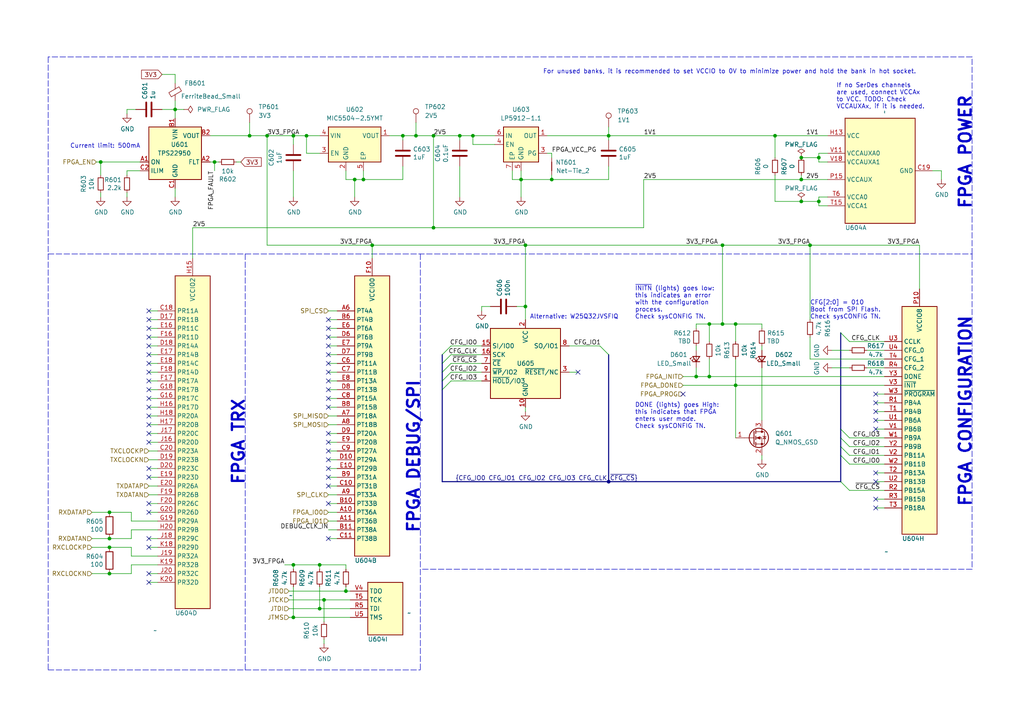
<source format=kicad_sch>
(kicad_sch (version 20211123) (generator eeschema)

  (uuid e6861313-0042-44a8-a0bd-deae1d0fda2f)

  (paper "A4")

  

  (junction (at 232.41 52.07) (diameter 0) (color 0 0 0 0)
    (uuid 01e26b73-600c-4a64-bdda-90283991ec5b)
  )
  (junction (at 72.39 39.37) (diameter 0) (color 0 0 0 0)
    (uuid 06dfeb88-f962-4ea2-b38a-39d1258be817)
  )
  (junction (at 31.75 148.59) (diameter 0) (color 0 0 0 0)
    (uuid 0d486e1b-ec2a-4c13-b68c-5a8bc7fbed29)
  )
  (junction (at 152.4 88.9) (diameter 0) (color 0 0 0 0)
    (uuid 113e5ba1-45db-4713-a4db-9ce8a01e32b5)
  )
  (junction (at 88.9 39.37) (diameter 0) (color 0 0 0 0)
    (uuid 129519b5-bc1e-406a-b3ff-f03ddcb3f164)
  )
  (junction (at 205.74 93.98) (diameter 0) (color 0 0 0 0)
    (uuid 175a04b6-29eb-4bba-9e0a-ea2dc8a0d5c6)
  )
  (junction (at 237.49 58.42) (diameter 0) (color 0 0 0 0)
    (uuid 19963ee3-b1fd-4164-b945-c72377549360)
  )
  (junction (at 176.53 139.7) (diameter 0) (color 0 0 0 0)
    (uuid 1d268795-fec4-4de3-aede-06987ab4f575)
  )
  (junction (at 209.55 93.98) (diameter 0) (color 0 0 0 0)
    (uuid 241141d8-eefb-4ed3-afda-7ac5b7738674)
  )
  (junction (at 31.75 158.75) (diameter 0) (color 0 0 0 0)
    (uuid 29c84d61-59a9-4bce-97ae-96a4ad953873)
  )
  (junction (at 92.71 163.83) (diameter 0) (color 0 0 0 0)
    (uuid 3b8b8703-9053-44ea-a92f-4d0312c39d01)
  )
  (junction (at 213.36 111.76) (diameter 0) (color 0 0 0 0)
    (uuid 3f47f4d5-9b38-496f-9479-a87157351b4d)
  )
  (junction (at 176.53 39.37) (diameter 0) (color 0 0 0 0)
    (uuid 4499aa0b-b87b-424c-8c84-6cba11893b29)
  )
  (junction (at 85.09 39.37) (diameter 0) (color 0 0 0 0)
    (uuid 4515fcae-24fb-4e0d-af9c-772b2ddb3754)
  )
  (junction (at 29.21 46.99) (diameter 0) (color 0 0 0 0)
    (uuid 52faaf0a-32c9-4779-87ee-ab7d6dfca769)
  )
  (junction (at 105.41 52.07) (diameter 0) (color 0 0 0 0)
    (uuid 5e58e5bc-c589-4204-bb8e-5af05f3bc287)
  )
  (junction (at 100.33 171.45) (diameter 0) (color 0 0 0 0)
    (uuid 60b9792a-cb51-4b9a-8bbb-65b72527665d)
  )
  (junction (at 224.79 39.37) (diameter 0) (color 0 0 0 0)
    (uuid 69884a0b-c9c4-4511-b292-6c1f01159160)
  )
  (junction (at 201.93 109.22) (diameter 0) (color 0 0 0 0)
    (uuid 71882647-1247-4cd5-ba3c-4329fa6c3ea8)
  )
  (junction (at 31.75 156.21) (diameter 0) (color 0 0 0 0)
    (uuid 7d551cc8-80c5-40d0-a988-3a7d0922c903)
  )
  (junction (at 50.8 31.75) (diameter 0) (color 0 0 0 0)
    (uuid 86c7d8f2-1ff5-445f-814d-34b4119c8e50)
  )
  (junction (at 85.09 179.07) (diameter 0) (color 0 0 0 0)
    (uuid 8a5d9b85-7762-4fea-840d-0540048f2180)
  )
  (junction (at 234.95 71.12) (diameter 0) (color 0 0 0 0)
    (uuid 8ab6a98d-3da8-4eae-b246-010cfaacbb09)
  )
  (junction (at 125.73 39.37) (diameter 0) (color 0 0 0 0)
    (uuid 8ac1e099-396c-4d3b-ab79-f864e5a18abc)
  )
  (junction (at 133.35 39.37) (diameter 0) (color 0 0 0 0)
    (uuid 910b2248-fdad-4462-ad7e-bb8bcb6a0e43)
  )
  (junction (at 137.16 39.37) (diameter 0) (color 0 0 0 0)
    (uuid 943e3f01-be82-4325-afd8-80ee519d19c2)
  )
  (junction (at 116.84 39.37) (diameter 0) (color 0 0 0 0)
    (uuid 9c13430b-29c7-4f7b-a0d9-fa96931c6a79)
  )
  (junction (at 31.75 166.37) (diameter 0) (color 0 0 0 0)
    (uuid 9d835ca6-eab2-430e-8507-201b163d4a71)
  )
  (junction (at 77.47 39.37) (diameter 0) (color 0 0 0 0)
    (uuid ad22c593-6a9b-4af4-b68e-0bedcb1a436b)
  )
  (junction (at 62.23 46.99) (diameter 0) (color 0 0 0 0)
    (uuid b185df74-1fd1-4fef-b437-402d01fd2139)
  )
  (junction (at 120.65 39.37) (diameter 0) (color 0 0 0 0)
    (uuid b6d04da3-5214-4dc2-8297-23f24e016842)
  )
  (junction (at 209.55 71.12) (diameter 0) (color 0 0 0 0)
    (uuid bed2f8e2-b64f-4424-97ef-13e997f59ce2)
  )
  (junction (at 237.49 45.72) (diameter 0) (color 0 0 0 0)
    (uuid bef4af2e-419f-40de-99cf-11316b9cd937)
  )
  (junction (at 102.87 52.07) (diameter 0) (color 0 0 0 0)
    (uuid c64d7246-04ce-436f-b7c6-f2a211fe0335)
  )
  (junction (at 232.41 45.72) (diameter 0) (color 0 0 0 0)
    (uuid c6a7690e-9b50-478f-8181-9c7edb7efd98)
  )
  (junction (at 213.36 93.98) (diameter 0) (color 0 0 0 0)
    (uuid caf935bd-1e71-41ca-84e2-5c51f56be8a2)
  )
  (junction (at 85.09 163.83) (diameter 0) (color 0 0 0 0)
    (uuid cbe5063b-fa87-45ca-9686-6bbbab0a1deb)
  )
  (junction (at 125.73 66.04) (diameter 0) (color 0 0 0 0)
    (uuid d0a7b184-e68e-442b-af28-d9b15579cd01)
  )
  (junction (at 93.98 173.99) (diameter 0) (color 0 0 0 0)
    (uuid dd70b6df-d559-40a7-bc3b-c233ac555e02)
  )
  (junction (at 151.13 52.07) (diameter 0) (color 0 0 0 0)
    (uuid e07747b5-ad95-44e7-a60f-1d6d0397861e)
  )
  (junction (at 160.02 52.07) (diameter 0) (color 0 0 0 0)
    (uuid ee57107f-3326-407a-82c1-d8c2e2029936)
  )
  (junction (at 205.74 109.22) (diameter 0) (color 0 0 0 0)
    (uuid efab906c-d6c1-4655-96ac-4947c2e7a976)
  )
  (junction (at 232.41 58.42) (diameter 0) (color 0 0 0 0)
    (uuid f32e6b77-2cd1-483d-a9bd-1198a3e1b10d)
  )
  (junction (at 152.4 71.12) (diameter 0) (color 0 0 0 0)
    (uuid f3fd93c8-fe74-4a3c-8553-9a8f33dbf1c2)
  )
  (junction (at 107.95 71.12) (diameter 0) (color 0 0 0 0)
    (uuid fcce69bc-33c3-4996-ba5b-c1eda94e7634)
  )
  (junction (at 92.71 176.53) (diameter 0) (color 0 0 0 0)
    (uuid fdb404c9-5607-4f4e-961f-aaa1814b16ca)
  )

  (no_connect (at 43.18 92.71) (uuid 0087fb22-ba0c-4acc-b8bc-9fdd9623d4bf))
  (no_connect (at 43.18 146.05) (uuid 092bc9ec-e3c7-4eae-b7f7-77b94e386478))
  (no_connect (at 43.18 125.73) (uuid 0d616157-6bdf-45aa-bced-1021f97957e2))
  (no_connect (at 43.18 118.11) (uuid 0d616157-6bdf-45aa-bced-1021f97957e3))
  (no_connect (at 43.18 120.65) (uuid 0d616157-6bdf-45aa-bced-1021f97957e4))
  (no_connect (at 43.18 123.19) (uuid 0d616157-6bdf-45aa-bced-1021f97957e5))
  (no_connect (at 167.64 107.95) (uuid 0d97e9cd-c31a-4ad5-a968-c012e35fc182))
  (no_connect (at 95.25 95.25) (uuid 12bb232f-8d44-416d-9f9a-c3817e1f9a82))
  (no_connect (at 95.25 146.05) (uuid 17062b70-c549-4bcd-b5f3-6b5f30bea7aa))
  (no_connect (at 95.25 105.41) (uuid 1856bedc-4340-4752-b096-e6d8f5bcf31b))
  (no_connect (at 95.25 92.71) (uuid 1b346ad8-49c1-4d9a-9e92-c03d189ee1dd))
  (no_connect (at 43.18 156.21) (uuid 20d1812c-cd35-4c64-908b-bbd37c456360))
  (no_connect (at 95.25 100.33) (uuid 20d359e1-1836-4cbc-af2f-3630566df0d0))
  (no_connect (at 43.18 158.75) (uuid 27d1c3c8-1813-43b9-877b-d67d9b61a694))
  (no_connect (at 95.25 118.11) (uuid 2f4cdc79-030c-4165-a024-a7947d41e2fa))
  (no_connect (at 95.25 125.73) (uuid 39110e7c-525d-47be-9ab5-6a9c05261880))
  (no_connect (at 43.18 166.37) (uuid 39507dbc-d91c-4e92-a89e-2259b7223eca))
  (no_connect (at 43.18 100.33) (uuid 3edb3167-e45b-49a4-a46e-0c3b66c8794c))
  (no_connect (at 254 139.7) (uuid 44d1208f-3dab-4b1f-a881-04d6516bd03a))
  (no_connect (at 43.18 110.49) (uuid 469a0a3e-9e33-4569-a802-6a64c4500215))
  (no_connect (at 95.25 130.81) (uuid 532043c0-7b92-4671-9c04-5a267bef43fd))
  (no_connect (at 198.12 114.3) (uuid 5cef7952-c5d9-4b64-8654-67db4abb18c3))
  (no_connect (at 95.25 138.43) (uuid 5d18cfa1-cd09-446a-be68-ac5734008cfe))
  (no_connect (at 254 116.84) (uuid 5f980097-c3af-4712-b759-d76150575b23))
  (no_connect (at 95.25 128.27) (uuid 61a081bd-8501-47d3-bd39-7d1a0c21cff0))
  (no_connect (at 43.18 97.79) (uuid 65ec770c-f207-4c98-84df-4fface0e5735))
  (no_connect (at 254 114.3) (uuid 74de4f60-8e78-40c1-a3fb-3b6879fff038))
  (no_connect (at 43.18 168.91) (uuid 7a9ccfdf-f203-42e3-a246-c7952ed42301))
  (no_connect (at 95.25 133.35) (uuid 7c2c06b3-79e4-4293-931d-2fa96c3a5eb8))
  (no_connect (at 43.18 105.41) (uuid 8511434d-1111-416b-b59e-7f7fab3537d6))
  (no_connect (at 43.18 102.87) (uuid 878ae374-4f73-4474-bde8-ea148af29188))
  (no_connect (at 254 137.16) (uuid 8fd6b421-fd42-4b9c-9ec5-7fe6ad287c38))
  (no_connect (at 43.18 113.03) (uuid 952ad99e-d3ed-4ada-99ce-e2c704402aab))
  (no_connect (at 95.25 113.03) (uuid 9eb7170b-3da1-457a-910a-997869bded1a))
  (no_connect (at 43.18 90.17) (uuid 9ec70d98-75ce-4ab7-9e1f-60ef736cb193))
  (no_connect (at 95.25 110.49) (uuid a00238f5-72d6-40e7-b73e-3ffd08ceee7e))
  (no_connect (at 95.25 135.89) (uuid a0a81c39-62ab-483b-92e8-438842cf19fc))
  (no_connect (at 43.18 107.95) (uuid a5f92b36-b8f4-4a10-90da-5695567ef3ec))
  (no_connect (at 95.25 97.79) (uuid b1011abf-258e-4cab-a44d-332b4651c3f5))
  (no_connect (at 254 121.92) (uuid be7de968-33ef-4f91-8b12-f0d3a2050b4c))
  (no_connect (at 95.25 107.95) (uuid c5674969-13d8-40d2-99ca-df9adcd5445d))
  (no_connect (at 95.25 140.97) (uuid c6c4013d-3700-4ed7-9261-acfb9c8eeaa7))
  (no_connect (at 95.25 102.87) (uuid cdd6a1ea-c980-432f-ae87-d2e371cec527))
  (no_connect (at 43.18 138.43) (uuid d2a1dfde-6514-44a0-868d-aeae5393d2b9))
  (no_connect (at 254 144.78) (uuid d5984c9f-d7d6-4880-9ccf-8cd0f0739db2))
  (no_connect (at 43.18 115.57) (uuid d6e25b57-4f73-4a9e-96e1-2afe3109a444))
  (no_connect (at 254 119.38) (uuid dc7a756e-09f4-4e54-84a6-91b102dbd2de))
  (no_connect (at 254 124.46) (uuid e08881a7-ea9c-46a7-bd76-7c0809750c00))
  (no_connect (at 43.18 95.25) (uuid e3394ed9-1c21-4e5c-bcea-5e971d8a7cf7))
  (no_connect (at 254 147.32) (uuid ede8c8b8-df9b-4773-bea5-99eda1e39312))
  (no_connect (at 95.25 156.21) (uuid f3e9a2b1-bb51-4ad1-8079-e7d788831e63))
  (no_connect (at 43.18 135.89) (uuid f5ab30bd-8933-4d63-90be-5a945f7dcc81))
  (no_connect (at 43.18 148.59) (uuid f62364e9-06e8-4878-a9f6-c9fb562d98a1))
  (no_connect (at 43.18 128.27) (uuid f76de2de-56c9-4236-84f0-f5b7fc28e87a))
  (no_connect (at 95.25 115.57) (uuid fdcc1581-186c-4c19-b4e5-135f15587d55))

  (bus_entry (at 243.84 129.54) (size 2.54 2.54)
    (stroke (width 0) (type default) (color 0 0 0 0))
    (uuid 1298f126-2352-48f2-825f-de17742fc4db)
  )
  (bus_entry (at 128.27 113.03) (size 2.54 -2.54)
    (stroke (width 0) (type default) (color 0 0 0 0))
    (uuid 23b51995-fe23-4d97-a066-5f4147818f87)
  )
  (bus_entry (at 173.99 100.33) (size 2.54 2.54)
    (stroke (width 0) (type default) (color 0 0 0 0))
    (uuid 665861bb-3c85-43bc-9dc7-9c72219f317e)
  )
  (bus_entry (at 243.84 132.08) (size 2.54 2.54)
    (stroke (width 0) (type default) (color 0 0 0 0))
    (uuid 75a9480d-8ac3-41df-9f4f-5d9ed7a1782e)
  )
  (bus_entry (at 128.27 110.49) (size 2.54 -2.54)
    (stroke (width 0) (type default) (color 0 0 0 0))
    (uuid 785dddf9-3cf0-4e85-8632-1a314bbc34b2)
  )
  (bus_entry (at 243.84 124.46) (size 2.54 2.54)
    (stroke (width 0) (type default) (color 0 0 0 0))
    (uuid 8ce16e23-12f4-46be-951f-c046f1bd3479)
  )
  (bus_entry (at 243.84 127) (size 2.54 2.54)
    (stroke (width 0) (type default) (color 0 0 0 0))
    (uuid ae509cef-b2d4-4701-bd39-f4d022ead86d)
  )
  (bus_entry (at 128.27 105.41) (size 2.54 -2.54)
    (stroke (width 0) (type default) (color 0 0 0 0))
    (uuid cc888799-c0b4-4c79-87f8-a4a62f5d81d0)
  )
  (bus_entry (at 128.27 107.95) (size 2.54 -2.54)
    (stroke (width 0) (type default) (color 0 0 0 0))
    (uuid cc888799-c0b4-4c79-87f8-a4a62f5d81d0)
  )
  (bus_entry (at 130.81 100.33) (size -2.54 2.54)
    (stroke (width 0) (type default) (color 0 0 0 0))
    (uuid cc888799-c0b4-4c79-87f8-a4a62f5d81d0)
  )
  (bus_entry (at 243.84 139.7) (size 2.54 2.54)
    (stroke (width 0) (type default) (color 0 0 0 0))
    (uuid dbd2f208-6165-4a10-afab-a9eb941486a4)
  )
  (bus_entry (at 243.84 96.52) (size 2.54 2.54)
    (stroke (width 0) (type default) (color 0 0 0 0))
    (uuid fe7571cb-0e18-4010-9006-7209546aee72)
  )

  (wire (pts (xy 26.67 158.75) (xy 31.75 158.75))
    (stroke (width 0) (type default) (color 0 0 0 0))
    (uuid 03637e18-e11c-4b9f-90f4-25e02d3e8f6b)
  )
  (wire (pts (xy 232.41 52.07) (xy 240.03 52.07))
    (stroke (width 0) (type default) (color 0 0 0 0))
    (uuid 0369059b-f0e3-43f4-93b1-43f55e5701d9)
  )
  (wire (pts (xy 234.95 71.12) (xy 266.7 71.12))
    (stroke (width 0) (type default) (color 0 0 0 0))
    (uuid 04033699-6db0-441b-8bf7-eec0c4b3b674)
  )
  (wire (pts (xy 149.86 88.9) (xy 152.4 88.9))
    (stroke (width 0) (type default) (color 0 0 0 0))
    (uuid 0425ec97-e253-4a46-b091-21d322475faa)
  )
  (wire (pts (xy 246.38 127) (xy 256.54 127))
    (stroke (width 0) (type default) (color 0 0 0 0))
    (uuid 04e1fb0d-fb90-4b59-8c10-a2e6b65a5e0f)
  )
  (wire (pts (xy 120.65 35.56) (xy 120.65 39.37))
    (stroke (width 0) (type default) (color 0 0 0 0))
    (uuid 0707c5da-9a1d-47d9-a0ef-54a24041412e)
  )
  (wire (pts (xy 95.25 120.65) (xy 97.79 120.65))
    (stroke (width 0) (type default) (color 0 0 0 0))
    (uuid 09033c23-8490-4e5c-b958-1ecb82045303)
  )
  (wire (pts (xy 116.84 52.07) (xy 105.41 52.07))
    (stroke (width 0) (type default) (color 0 0 0 0))
    (uuid 0921de0c-8fc3-4d1f-88cb-63d24873b3da)
  )
  (wire (pts (xy 26.67 148.59) (xy 31.75 148.59))
    (stroke (width 0) (type default) (color 0 0 0 0))
    (uuid 0923fc8c-f40c-4491-87fe-a32c6de91bcd)
  )
  (wire (pts (xy 220.98 93.98) (xy 213.36 93.98))
    (stroke (width 0) (type default) (color 0 0 0 0))
    (uuid 098da118-9076-4855-b433-1fb81c3b9831)
  )
  (wire (pts (xy 125.73 39.37) (xy 125.73 66.04))
    (stroke (width 0) (type default) (color 0 0 0 0))
    (uuid 09ff688e-ba8b-4c2c-9356-baf8f4c521c9)
  )
  (wire (pts (xy 251.46 101.6) (xy 256.54 101.6))
    (stroke (width 0) (type default) (color 0 0 0 0))
    (uuid 0a0efa78-3dbd-44e2-9cac-bbbc1514cb4a)
  )
  (wire (pts (xy 72.39 35.56) (xy 72.39 39.37))
    (stroke (width 0) (type default) (color 0 0 0 0))
    (uuid 0c73103a-2b41-4ced-af99-eb4949f4b4f0)
  )
  (wire (pts (xy 152.4 88.9) (xy 152.4 92.71))
    (stroke (width 0) (type default) (color 0 0 0 0))
    (uuid 0d1e86b7-c2d8-4e50-ac4c-c62920b2a087)
  )
  (wire (pts (xy 100.33 170.18) (xy 100.33 171.45))
    (stroke (width 0) (type default) (color 0 0 0 0))
    (uuid 0d2a10ee-921c-42f5-83bb-425e3bc88b08)
  )
  (wire (pts (xy 151.13 52.07) (xy 148.59 52.07))
    (stroke (width 0) (type default) (color 0 0 0 0))
    (uuid 0fa9d8e0-f86b-467e-a658-735787770ec8)
  )
  (wire (pts (xy 254 144.78) (xy 256.54 144.78))
    (stroke (width 0) (type default) (color 0 0 0 0))
    (uuid 10b73343-3a3a-4377-b401-04c4334fea4e)
  )
  (wire (pts (xy 116.84 48.26) (xy 116.84 52.07))
    (stroke (width 0) (type default) (color 0 0 0 0))
    (uuid 11125720-5949-4a0e-b685-8c6f383d8a6d)
  )
  (wire (pts (xy 201.93 106.68) (xy 201.93 109.22))
    (stroke (width 0) (type default) (color 0 0 0 0))
    (uuid 11168d98-69e0-4d4e-b056-bbf2b1c1162f)
  )
  (wire (pts (xy 85.09 39.37) (xy 88.9 39.37))
    (stroke (width 0) (type default) (color 0 0 0 0))
    (uuid 11c13a18-3f13-4869-b564-c6a02043f431)
  )
  (wire (pts (xy 143.51 39.37) (xy 137.16 39.37))
    (stroke (width 0) (type default) (color 0 0 0 0))
    (uuid 11f89246-6d3a-4e08-ad3c-f9bca4de7df2)
  )
  (wire (pts (xy 43.18 166.37) (xy 45.72 166.37))
    (stroke (width 0) (type default) (color 0 0 0 0))
    (uuid 12236ce1-b1d9-4ab2-93b0-cfa25b714ba6)
  )
  (wire (pts (xy 213.36 104.14) (xy 213.36 111.76))
    (stroke (width 0) (type default) (color 0 0 0 0))
    (uuid 13380b01-72cd-478f-b7b2-689e6f5dbf2a)
  )
  (wire (pts (xy 240.03 59.69) (xy 237.49 59.69))
    (stroke (width 0) (type default) (color 0 0 0 0))
    (uuid 13c7091d-bd4a-4afc-83f5-500c48a0936a)
  )
  (wire (pts (xy 220.98 106.68) (xy 220.98 121.92))
    (stroke (width 0) (type default) (color 0 0 0 0))
    (uuid 14e5c329-6fc9-49e6-8c2c-39adc3fa7bae)
  )
  (wire (pts (xy 43.18 168.91) (xy 45.72 168.91))
    (stroke (width 0) (type default) (color 0 0 0 0))
    (uuid 159cc0ef-92d5-45e7-a973-60f5f57578cc)
  )
  (wire (pts (xy 95.25 97.79) (xy 97.79 97.79))
    (stroke (width 0) (type default) (color 0 0 0 0))
    (uuid 15e11933-fc6e-47fb-9c0b-3a3f0e3fabd8)
  )
  (wire (pts (xy 176.53 40.64) (xy 176.53 39.37))
    (stroke (width 0) (type default) (color 0 0 0 0))
    (uuid 17002779-37cb-4a3d-aee4-3b5fd642ee9c)
  )
  (wire (pts (xy 205.74 93.98) (xy 209.55 93.98))
    (stroke (width 0) (type default) (color 0 0 0 0))
    (uuid 190a3cc4-def8-4206-ab90-d00b9e7eaadf)
  )
  (wire (pts (xy 45.72 163.83) (xy 38.1 163.83))
    (stroke (width 0) (type default) (color 0 0 0 0))
    (uuid 1a58cf29-d961-4692-a0a1-d632ea4c6ab7)
  )
  (wire (pts (xy 224.79 58.42) (xy 232.41 58.42))
    (stroke (width 0) (type default) (color 0 0 0 0))
    (uuid 1bad1199-0938-44f9-ab52-2a7e498ff6c0)
  )
  (wire (pts (xy 43.18 123.19) (xy 45.72 123.19))
    (stroke (width 0) (type default) (color 0 0 0 0))
    (uuid 1e83acf9-f875-442b-9af7-7d56c2f6388b)
  )
  (wire (pts (xy 43.18 125.73) (xy 45.72 125.73))
    (stroke (width 0) (type default) (color 0 0 0 0))
    (uuid 1f5bbee2-ceb8-4588-b96b-14e47354993f)
  )
  (wire (pts (xy 270.51 49.53) (xy 273.05 49.53))
    (stroke (width 0) (type default) (color 0 0 0 0))
    (uuid 225c4518-5534-41b9-a40b-c004e917a6a4)
  )
  (bus (pts (xy 243.84 96.52) (xy 243.84 124.46))
    (stroke (width 0) (type default) (color 0 0 0 0))
    (uuid 233be75f-73b3-47e3-86d1-845f2f10765f)
  )

  (wire (pts (xy 113.03 39.37) (xy 116.84 39.37))
    (stroke (width 0) (type default) (color 0 0 0 0))
    (uuid 256d874c-1002-4dc2-bd0f-2669433749b6)
  )
  (wire (pts (xy 213.36 111.76) (xy 213.36 127))
    (stroke (width 0) (type default) (color 0 0 0 0))
    (uuid 25dc1a21-cfa2-4eb9-bcf7-34af94c2f020)
  )
  (wire (pts (xy 83.82 173.99) (xy 93.98 173.99))
    (stroke (width 0) (type default) (color 0 0 0 0))
    (uuid 2a4b1e98-fde2-4927-b091-cc26709e525f)
  )
  (wire (pts (xy 95.25 156.21) (xy 97.79 156.21))
    (stroke (width 0) (type default) (color 0 0 0 0))
    (uuid 2a5a3e3b-3755-4ab0-bb6a-c2d439116020)
  )
  (wire (pts (xy 95.25 115.57) (xy 97.79 115.57))
    (stroke (width 0) (type default) (color 0 0 0 0))
    (uuid 2ba91107-8e94-4a22-9b34-e412192b425b)
  )
  (wire (pts (xy 95.25 143.51) (xy 97.79 143.51))
    (stroke (width 0) (type default) (color 0 0 0 0))
    (uuid 2c183096-1d91-4e5e-933c-2e61988f56c9)
  )
  (wire (pts (xy 50.8 31.75) (xy 46.99 31.75))
    (stroke (width 0) (type default) (color 0 0 0 0))
    (uuid 2c186cbf-9cac-4388-adb2-6d310baf89db)
  )
  (wire (pts (xy 29.21 46.99) (xy 40.64 46.99))
    (stroke (width 0) (type default) (color 0 0 0 0))
    (uuid 2c757599-485b-4c00-90fd-b9984ef322e4)
  )
  (wire (pts (xy 254 116.84) (xy 256.54 116.84))
    (stroke (width 0) (type default) (color 0 0 0 0))
    (uuid 2c78c33e-9c1d-4ef7-bd13-b36abcb46a21)
  )
  (wire (pts (xy 246.38 99.06) (xy 256.54 99.06))
    (stroke (width 0) (type default) (color 0 0 0 0))
    (uuid 2dad49a8-e904-47e5-8716-fe6d5c043a10)
  )
  (wire (pts (xy 205.74 104.14) (xy 205.74 109.22))
    (stroke (width 0) (type default) (color 0 0 0 0))
    (uuid 2f3b5da9-bcc4-43a2-aa61-9dc73a67a628)
  )
  (bus (pts (xy 176.53 139.7) (xy 243.84 139.7))
    (stroke (width 0) (type default) (color 0 0 0 0))
    (uuid 3000a14f-349d-4ec6-b5fe-03f3b73a57ab)
  )

  (wire (pts (xy 38.1 153.67) (xy 45.72 153.67))
    (stroke (width 0) (type default) (color 0 0 0 0))
    (uuid 303eed21-ede8-45c4-8669-819bec03ed63)
  )
  (wire (pts (xy 130.81 110.49) (xy 139.7 110.49))
    (stroke (width 0) (type default) (color 0 0 0 0))
    (uuid 3138000d-5110-4977-8c17-49d59c01bc07)
  )
  (wire (pts (xy 165.1 107.95) (xy 167.64 107.95))
    (stroke (width 0) (type default) (color 0 0 0 0))
    (uuid 33a7dd22-d797-4de2-ac8e-8fc858d38c2f)
  )
  (bus (pts (xy 128.27 139.7) (xy 176.53 139.7))
    (stroke (width 0) (type default) (color 0 0 0 0))
    (uuid 33c2bcf4-08e9-493a-896a-6bb3e8eb5f0c)
  )

  (wire (pts (xy 160.02 52.07) (xy 176.53 52.07))
    (stroke (width 0) (type default) (color 0 0 0 0))
    (uuid 343041dd-4e81-4eeb-9f2b-c9cccd204dee)
  )
  (wire (pts (xy 116.84 39.37) (xy 120.65 39.37))
    (stroke (width 0) (type default) (color 0 0 0 0))
    (uuid 35cda76d-a0c0-4ebc-8da0-d82b7b8218a6)
  )
  (wire (pts (xy 43.18 148.59) (xy 45.72 148.59))
    (stroke (width 0) (type default) (color 0 0 0 0))
    (uuid 3627952c-2687-4ccf-8e27-33ef308c544d)
  )
  (wire (pts (xy 50.8 21.59) (xy 50.8 24.13))
    (stroke (width 0) (type default) (color 0 0 0 0))
    (uuid 36ef9363-07a2-496f-999c-37d105c20762)
  )
  (wire (pts (xy 148.59 49.53) (xy 148.59 52.07))
    (stroke (width 0) (type default) (color 0 0 0 0))
    (uuid 37f4d6c8-5fb5-469e-8db5-8c1b94f34872)
  )
  (wire (pts (xy 201.93 100.33) (xy 201.93 101.6))
    (stroke (width 0) (type default) (color 0 0 0 0))
    (uuid 38c85382-09ad-4577-a706-2fe3f56156f3)
  )
  (wire (pts (xy 100.33 163.83) (xy 100.33 165.1))
    (stroke (width 0) (type default) (color 0 0 0 0))
    (uuid 3921a141-d594-4e5d-b607-2e3ed30a4534)
  )
  (wire (pts (xy 237.49 45.72) (xy 237.49 46.99))
    (stroke (width 0) (type default) (color 0 0 0 0))
    (uuid 39af2089-6814-43b1-828e-eaeea226f951)
  )
  (wire (pts (xy 29.21 46.99) (xy 29.21 50.8))
    (stroke (width 0) (type default) (color 0 0 0 0))
    (uuid 3a0fa860-a112-499d-8422-83783b796162)
  )
  (wire (pts (xy 137.16 39.37) (xy 137.16 41.91))
    (stroke (width 0) (type default) (color 0 0 0 0))
    (uuid 3be6f857-48f9-4990-9617-3507fd8d2ffd)
  )
  (wire (pts (xy 43.18 140.97) (xy 45.72 140.97))
    (stroke (width 0) (type default) (color 0 0 0 0))
    (uuid 3e677a65-e76a-4a55-b688-95c9eef3cde1)
  )
  (wire (pts (xy 77.47 39.37) (xy 77.47 71.12))
    (stroke (width 0) (type default) (color 0 0 0 0))
    (uuid 3ef1953a-67ef-423c-b675-fe00010e68b4)
  )
  (wire (pts (xy 220.98 100.33) (xy 220.98 101.6))
    (stroke (width 0) (type default) (color 0 0 0 0))
    (uuid 3fb7bd7c-60e9-40e2-bd50-9e1d82dcb749)
  )
  (wire (pts (xy 43.18 120.65) (xy 45.72 120.65))
    (stroke (width 0) (type default) (color 0 0 0 0))
    (uuid 41fc4511-ad21-4276-8888-4e4c322e3b3e)
  )
  (wire (pts (xy 43.18 105.41) (xy 45.72 105.41))
    (stroke (width 0) (type default) (color 0 0 0 0))
    (uuid 425e667d-5b03-4bed-84d4-639d89cc60fb)
  )
  (wire (pts (xy 26.67 156.21) (xy 31.75 156.21))
    (stroke (width 0) (type default) (color 0 0 0 0))
    (uuid 42b84440-61ab-4c77-8a15-d8d2fbc938e8)
  )
  (bus (pts (xy 243.84 129.54) (xy 243.84 132.08))
    (stroke (width 0) (type default) (color 0 0 0 0))
    (uuid 441ac8c6-66b9-4f55-b9c2-b9a74faec4ef)
  )

  (wire (pts (xy 237.49 57.15) (xy 240.03 57.15))
    (stroke (width 0) (type default) (color 0 0 0 0))
    (uuid 45265976-377c-49cd-90cc-aa88115237a1)
  )
  (wire (pts (xy 198.12 109.22) (xy 201.93 109.22))
    (stroke (width 0) (type default) (color 0 0 0 0))
    (uuid 4603a4f0-8cd6-47ce-83a8-696ac92373e1)
  )
  (wire (pts (xy 72.39 39.37) (xy 77.47 39.37))
    (stroke (width 0) (type default) (color 0 0 0 0))
    (uuid 46247f9c-1d4c-4056-9b7c-a5c52a95b71d)
  )
  (wire (pts (xy 254 147.32) (xy 256.54 147.32))
    (stroke (width 0) (type default) (color 0 0 0 0))
    (uuid 4683f639-96fd-4fbc-b6a0-62988337235e)
  )
  (wire (pts (xy 160.02 44.45) (xy 160.02 45.72))
    (stroke (width 0) (type default) (color 0 0 0 0))
    (uuid 469fabc5-be25-4442-8379-f75e907d4aac)
  )
  (wire (pts (xy 85.09 170.18) (xy 85.09 179.07))
    (stroke (width 0) (type default) (color 0 0 0 0))
    (uuid 47d6ed4a-f75e-4902-a9ba-513872e26a4f)
  )
  (bus (pts (xy 128.27 110.49) (xy 128.27 113.03))
    (stroke (width 0) (type default) (color 0 0 0 0))
    (uuid 492cd1a9-4a0d-4e59-a2be-bb74511cf978)
  )

  (wire (pts (xy 120.65 39.37) (xy 125.73 39.37))
    (stroke (width 0) (type default) (color 0 0 0 0))
    (uuid 4d35aaee-79bd-43ed-b2ba-d21b3994b972)
  )
  (wire (pts (xy 83.82 176.53) (xy 92.71 176.53))
    (stroke (width 0) (type default) (color 0 0 0 0))
    (uuid 4d5e4fb8-0bfe-4998-a74b-69f8123087db)
  )
  (wire (pts (xy 246.38 142.24) (xy 256.54 142.24))
    (stroke (width 0) (type default) (color 0 0 0 0))
    (uuid 4d656316-6b2c-40ae-b2fc-9a4732277fde)
  )
  (wire (pts (xy 93.98 173.99) (xy 93.98 180.34))
    (stroke (width 0) (type default) (color 0 0 0 0))
    (uuid 4e135e62-908f-4c73-b16d-09681378a03a)
  )
  (wire (pts (xy 69.85 46.99) (xy 68.58 46.99))
    (stroke (width 0) (type default) (color 0 0 0 0))
    (uuid 4e33437a-ffe0-444c-acfd-f576b80848af)
  )
  (wire (pts (xy 38.1 166.37) (xy 31.75 166.37))
    (stroke (width 0) (type default) (color 0 0 0 0))
    (uuid 4e6687f8-4652-4247-a7d1-669d6a4080c8)
  )
  (wire (pts (xy 50.8 54.61) (xy 50.8 57.15))
    (stroke (width 0) (type default) (color 0 0 0 0))
    (uuid 4e6cc38e-4269-439d-be9d-f43f88d94df9)
  )
  (wire (pts (xy 130.81 105.41) (xy 139.7 105.41))
    (stroke (width 0) (type default) (color 0 0 0 0))
    (uuid 506d69f6-45c3-440c-8450-7d80b2b6fc1c)
  )
  (wire (pts (xy 220.98 132.08) (xy 220.98 133.35))
    (stroke (width 0) (type default) (color 0 0 0 0))
    (uuid 5220e5ac-741a-4254-905e-ca28c340aee4)
  )
  (wire (pts (xy 107.95 71.12) (xy 77.47 71.12))
    (stroke (width 0) (type default) (color 0 0 0 0))
    (uuid 52483e12-4792-45cf-abbf-6103a6291faf)
  )
  (wire (pts (xy 201.93 93.98) (xy 205.74 93.98))
    (stroke (width 0) (type default) (color 0 0 0 0))
    (uuid 5487b281-7b20-4e21-8a23-7df20f611934)
  )
  (wire (pts (xy 254 137.16) (xy 256.54 137.16))
    (stroke (width 0) (type default) (color 0 0 0 0))
    (uuid 55bb037d-6d63-46e2-a397-7822f8f4f42d)
  )
  (wire (pts (xy 254 114.3) (xy 256.54 114.3))
    (stroke (width 0) (type default) (color 0 0 0 0))
    (uuid 55cc6d71-3a4a-43f7-a367-73a33c7079a8)
  )
  (wire (pts (xy 38.1 148.59) (xy 31.75 148.59))
    (stroke (width 0) (type default) (color 0 0 0 0))
    (uuid 55e4057e-b9e7-42f3-95f5-ea0b6a80ec5f)
  )
  (wire (pts (xy 125.73 66.04) (xy 186.69 66.04))
    (stroke (width 0) (type default) (color 0 0 0 0))
    (uuid 55f56ab6-7a70-49d1-9132-e59a034be778)
  )
  (polyline (pts (xy 13.97 16.51) (xy 13.97 73.66))
    (stroke (width 0) (type default) (color 0 0 0 0))
    (uuid 56165409-f3c9-428a-bc2a-594e30ee5771)
  )

  (wire (pts (xy 95.25 90.17) (xy 97.79 90.17))
    (stroke (width 0) (type default) (color 0 0 0 0))
    (uuid 57570dea-7c20-435b-96a2-cb0d49f319e3)
  )
  (polyline (pts (xy 281.94 73.66) (xy 281.94 165.1))
    (stroke (width 0) (type default) (color 0 0 0 0))
    (uuid 57775cdc-e791-4d22-93f3-a382725b0408)
  )

  (wire (pts (xy 201.93 95.25) (xy 201.93 93.98))
    (stroke (width 0) (type default) (color 0 0 0 0))
    (uuid 5957d983-10f6-4dd6-8692-5c2455acbc9b)
  )
  (wire (pts (xy 63.5 46.99) (xy 62.23 46.99))
    (stroke (width 0) (type default) (color 0 0 0 0))
    (uuid 59c98682-5237-47ea-8d8b-f2bc6f82f30c)
  )
  (wire (pts (xy 254 139.7) (xy 256.54 139.7))
    (stroke (width 0) (type default) (color 0 0 0 0))
    (uuid 5a125c62-c647-4d14-b1eb-4dc28c0971e0)
  )
  (wire (pts (xy 62.23 46.99) (xy 62.23 49.53))
    (stroke (width 0) (type default) (color 0 0 0 0))
    (uuid 5bf3e2c1-ace5-4d35-bf69-ba247864dace)
  )
  (wire (pts (xy 55.88 66.04) (xy 55.88 74.93))
    (stroke (width 0) (type default) (color 0 0 0 0))
    (uuid 5d920a56-3efc-4e59-a2a2-c89067b2a3aa)
  )
  (wire (pts (xy 160.02 50.8) (xy 160.02 52.07))
    (stroke (width 0) (type default) (color 0 0 0 0))
    (uuid 5e22ab11-308e-49d9-ab43-c7a77ff3b439)
  )
  (wire (pts (xy 95.25 133.35) (xy 97.79 133.35))
    (stroke (width 0) (type default) (color 0 0 0 0))
    (uuid 5e7f4ce2-d2f5-4380-8e7b-5660fdfe4130)
  )
  (wire (pts (xy 130.81 102.87) (xy 139.7 102.87))
    (stroke (width 0) (type default) (color 0 0 0 0))
    (uuid 5ef519c5-bcbd-4175-9cab-1c75bf5a49fa)
  )
  (wire (pts (xy 213.36 93.98) (xy 213.36 99.06))
    (stroke (width 0) (type default) (color 0 0 0 0))
    (uuid 5f1a6f6d-9bb9-4f7c-aaa0-28a3940c2937)
  )
  (wire (pts (xy 224.79 50.8) (xy 224.79 58.42))
    (stroke (width 0) (type default) (color 0 0 0 0))
    (uuid 5f5ea7d1-c213-48f6-af84-310c56ddb7fa)
  )
  (wire (pts (xy 27.94 46.99) (xy 29.21 46.99))
    (stroke (width 0) (type default) (color 0 0 0 0))
    (uuid 6069af22-9cd2-4278-bff1-c0340171c536)
  )
  (wire (pts (xy 176.53 39.37) (xy 224.79 39.37))
    (stroke (width 0) (type default) (color 0 0 0 0))
    (uuid 61c20500-0d9a-4a37-9934-ba9e6c0a7a5b)
  )
  (wire (pts (xy 95.25 110.49) (xy 97.79 110.49))
    (stroke (width 0) (type default) (color 0 0 0 0))
    (uuid 61f5f0a5-fb3d-4f9c-9810-a24cf7092c7e)
  )
  (wire (pts (xy 43.18 158.75) (xy 45.72 158.75))
    (stroke (width 0) (type default) (color 0 0 0 0))
    (uuid 640af0e2-6f44-4a8d-81c1-8f609be63480)
  )
  (wire (pts (xy 95.25 138.43) (xy 97.79 138.43))
    (stroke (width 0) (type default) (color 0 0 0 0))
    (uuid 65f878e8-ada0-4cae-9fbe-889c143f16e8)
  )
  (wire (pts (xy 82.55 163.83) (xy 85.09 163.83))
    (stroke (width 0) (type default) (color 0 0 0 0))
    (uuid 6657442c-8fca-4afd-8860-6c2cc4256cb0)
  )
  (wire (pts (xy 133.35 48.26) (xy 133.35 57.15))
    (stroke (width 0) (type default) (color 0 0 0 0))
    (uuid 67bf222f-f41a-4056-b80b-0df18f83bd44)
  )
  (wire (pts (xy 85.09 57.15) (xy 85.09 49.53))
    (stroke (width 0) (type default) (color 0 0 0 0))
    (uuid 68473ea2-acd6-46d5-b4ed-16ef8125eb2e)
  )
  (wire (pts (xy 62.23 46.99) (xy 60.96 46.99))
    (stroke (width 0) (type default) (color 0 0 0 0))
    (uuid 6a5a0022-8ac3-4c3a-87b9-0b56799725cf)
  )
  (wire (pts (xy 95.25 125.73) (xy 97.79 125.73))
    (stroke (width 0) (type default) (color 0 0 0 0))
    (uuid 6ae9b7d0-1bb7-4a28-9102-bddc232ab8ad)
  )
  (wire (pts (xy 88.9 44.45) (xy 92.71 44.45))
    (stroke (width 0) (type default) (color 0 0 0 0))
    (uuid 6b1807f3-eb34-4989-9cf5-db4c42a4e14e)
  )
  (wire (pts (xy 43.18 143.51) (xy 45.72 143.51))
    (stroke (width 0) (type default) (color 0 0 0 0))
    (uuid 6c2cf724-61c3-41e7-b18d-49bffd471165)
  )
  (wire (pts (xy 95.25 105.41) (xy 97.79 105.41))
    (stroke (width 0) (type default) (color 0 0 0 0))
    (uuid 6d2191e4-1d00-49f1-aa75-bc900ac20065)
  )
  (wire (pts (xy 93.98 173.99) (xy 101.6 173.99))
    (stroke (width 0) (type default) (color 0 0 0 0))
    (uuid 6dbde7b2-5cc3-4f54-9fa7-8e9e342f5a44)
  )
  (wire (pts (xy 85.09 41.91) (xy 85.09 39.37))
    (stroke (width 0) (type default) (color 0 0 0 0))
    (uuid 6e22425f-043a-4276-b5da-989aa5267648)
  )
  (wire (pts (xy 95.25 146.05) (xy 97.79 146.05))
    (stroke (width 0) (type default) (color 0 0 0 0))
    (uuid 6fcc2e15-6a87-43cb-abe4-16b1839e643b)
  )
  (wire (pts (xy 95.25 92.71) (xy 97.79 92.71))
    (stroke (width 0) (type default) (color 0 0 0 0))
    (uuid 70167350-04c0-4297-9380-27d21d105391)
  )
  (wire (pts (xy 43.18 138.43) (xy 45.72 138.43))
    (stroke (width 0) (type default) (color 0 0 0 0))
    (uuid 7032a80e-3fc8-4d3b-bb2c-aeffc3aae4f0)
  )
  (wire (pts (xy 95.25 107.95) (xy 97.79 107.95))
    (stroke (width 0) (type default) (color 0 0 0 0))
    (uuid 70c0de17-ee1a-45e6-a7cf-91cf99389c09)
  )
  (wire (pts (xy 43.18 97.79) (xy 45.72 97.79))
    (stroke (width 0) (type default) (color 0 0 0 0))
    (uuid 72494b87-af69-4335-85d7-c0c5df491fc8)
  )
  (wire (pts (xy 36.83 31.75) (xy 36.83 33.02))
    (stroke (width 0) (type default) (color 0 0 0 0))
    (uuid 728c79e9-5768-4bc5-81e1-e9810ba43862)
  )
  (wire (pts (xy 198.12 111.76) (xy 213.36 111.76))
    (stroke (width 0) (type default) (color 0 0 0 0))
    (uuid 73f95aeb-8766-4d3d-94f7-d626a0133193)
  )
  (wire (pts (xy 95.25 148.59) (xy 97.79 148.59))
    (stroke (width 0) (type default) (color 0 0 0 0))
    (uuid 752feeeb-b9ae-4eda-9e4f-52b190262706)
  )
  (wire (pts (xy 100.33 49.53) (xy 100.33 52.07))
    (stroke (width 0) (type default) (color 0 0 0 0))
    (uuid 7637da43-e0a1-4c5a-a801-2980c92297a6)
  )
  (wire (pts (xy 220.98 95.25) (xy 220.98 93.98))
    (stroke (width 0) (type default) (color 0 0 0 0))
    (uuid 7641f242-279d-4500-93d3-ff3ca7cf16ab)
  )
  (wire (pts (xy 266.7 83.82) (xy 266.7 71.12))
    (stroke (width 0) (type default) (color 0 0 0 0))
    (uuid 76ac38f6-aad1-4122-8468-fdc4cdb5ca86)
  )
  (wire (pts (xy 237.49 44.45) (xy 237.49 45.72))
    (stroke (width 0) (type default) (color 0 0 0 0))
    (uuid 77867321-d376-411d-a2b2-f937e88f24e0)
  )
  (wire (pts (xy 43.18 130.81) (xy 45.72 130.81))
    (stroke (width 0) (type default) (color 0 0 0 0))
    (uuid 77a2e314-bda1-4599-ba9a-16f4f9182f93)
  )
  (wire (pts (xy 125.73 39.37) (xy 133.35 39.37))
    (stroke (width 0) (type default) (color 0 0 0 0))
    (uuid 78b88b6a-78cb-4332-99e1-9ed8058d0a09)
  )
  (wire (pts (xy 95.25 135.89) (xy 97.79 135.89))
    (stroke (width 0) (type default) (color 0 0 0 0))
    (uuid 796e096e-e50f-4d57-806d-e76b646a408a)
  )
  (polyline (pts (xy 13.97 194.31) (xy 71.12 194.31))
    (stroke (width 0) (type default) (color 0 0 0 0))
    (uuid 7b098e23-1f16-43e5-9f42-891b74ccc62d)
  )

  (wire (pts (xy 95.25 113.03) (xy 97.79 113.03))
    (stroke (width 0) (type default) (color 0 0 0 0))
    (uuid 7c29afcd-b1c7-4b0e-9f02-350b448538af)
  )
  (wire (pts (xy 43.18 133.35) (xy 45.72 133.35))
    (stroke (width 0) (type default) (color 0 0 0 0))
    (uuid 7cdd8274-2ad2-4f30-acda-ff65d4dd97cd)
  )
  (wire (pts (xy 36.83 49.53) (xy 36.83 50.8))
    (stroke (width 0) (type default) (color 0 0 0 0))
    (uuid 7d6c5239-9f90-4b86-ae57-8be9df0770cf)
  )
  (polyline (pts (xy 281.94 16.51) (xy 13.97 16.51))
    (stroke (width 0) (type default) (color 0 0 0 0))
    (uuid 80095bfc-f973-4b57-8db9-0fa2249858f5)
  )

  (wire (pts (xy 232.41 50.8) (xy 232.41 52.07))
    (stroke (width 0) (type default) (color 0 0 0 0))
    (uuid 811a4f22-b62f-4603-b4a5-66b02ab69807)
  )
  (polyline (pts (xy 71.12 194.31) (xy 121.92 194.31))
    (stroke (width 0) (type default) (color 0 0 0 0))
    (uuid 814204a6-a3ec-477f-8b4d-30f97315ca57)
  )

  (wire (pts (xy 31.75 158.75) (xy 38.1 158.75))
    (stroke (width 0) (type default) (color 0 0 0 0))
    (uuid 827a1eaf-2007-4a26-a335-771c51d4dcb9)
  )
  (wire (pts (xy 31.75 156.21) (xy 38.1 156.21))
    (stroke (width 0) (type default) (color 0 0 0 0))
    (uuid 859fe1c5-adb0-4d3d-accd-70281b69be28)
  )
  (wire (pts (xy 36.83 55.88) (xy 36.83 57.15))
    (stroke (width 0) (type default) (color 0 0 0 0))
    (uuid 8982a036-67b0-46af-83a9-1f3f0cb9af77)
  )
  (wire (pts (xy 29.21 55.88) (xy 29.21 57.15))
    (stroke (width 0) (type default) (color 0 0 0 0))
    (uuid 8af1a035-a476-41b0-923a-86cb11f67560)
  )
  (wire (pts (xy 133.35 40.64) (xy 133.35 39.37))
    (stroke (width 0) (type default) (color 0 0 0 0))
    (uuid 8c39a863-805c-4cc8-ade7-65bed3cd8984)
  )
  (wire (pts (xy 85.09 165.1) (xy 85.09 163.83))
    (stroke (width 0) (type default) (color 0 0 0 0))
    (uuid 8e401732-311e-42bb-84b7-0de5e052151f)
  )
  (wire (pts (xy 50.8 31.75) (xy 50.8 34.29))
    (stroke (width 0) (type default) (color 0 0 0 0))
    (uuid 8e606922-08c7-4d14-8e6b-d1873e169fc8)
  )
  (wire (pts (xy 251.46 106.68) (xy 256.54 106.68))
    (stroke (width 0) (type default) (color 0 0 0 0))
    (uuid 8fc999a0-4a5b-42b3-8087-05923eee24a8)
  )
  (wire (pts (xy 92.71 163.83) (xy 100.33 163.83))
    (stroke (width 0) (type default) (color 0 0 0 0))
    (uuid 90c063c2-e76b-4972-8745-8bbd14237db9)
  )
  (wire (pts (xy 95.25 128.27) (xy 97.79 128.27))
    (stroke (width 0) (type default) (color 0 0 0 0))
    (uuid 91092beb-4172-49d2-a8e8-8106e076e21c)
  )
  (wire (pts (xy 254 124.46) (xy 256.54 124.46))
    (stroke (width 0) (type default) (color 0 0 0 0))
    (uuid 91353dd2-0c7a-4f79-8dc2-36cf587dbcae)
  )
  (wire (pts (xy 209.55 71.12) (xy 209.55 93.98))
    (stroke (width 0) (type default) (color 0 0 0 0))
    (uuid 91edb109-ecf3-4d6d-b84d-b50394c4effa)
  )
  (wire (pts (xy 43.18 113.03) (xy 45.72 113.03))
    (stroke (width 0) (type default) (color 0 0 0 0))
    (uuid 951116f7-98ca-4637-9a74-f12009047b1b)
  )
  (wire (pts (xy 95.25 140.97) (xy 97.79 140.97))
    (stroke (width 0) (type default) (color 0 0 0 0))
    (uuid 95eef453-f5e3-470d-b384-aaf72f17faff)
  )
  (wire (pts (xy 38.1 163.83) (xy 38.1 166.37))
    (stroke (width 0) (type default) (color 0 0 0 0))
    (uuid 963a308d-fe28-4bff-a6c4-8cfee26c6f98)
  )
  (wire (pts (xy 240.03 44.45) (xy 237.49 44.45))
    (stroke (width 0) (type default) (color 0 0 0 0))
    (uuid 9711caa4-343f-48bc-ab93-11a3d27bd29a)
  )
  (wire (pts (xy 130.81 107.95) (xy 139.7 107.95))
    (stroke (width 0) (type default) (color 0 0 0 0))
    (uuid 99ae60fe-660e-41a7-bbda-7519d7b06567)
  )
  (wire (pts (xy 105.41 52.07) (xy 102.87 52.07))
    (stroke (width 0) (type default) (color 0 0 0 0))
    (uuid 99c205a1-9d15-44b8-b4f0-d672dd81460d)
  )
  (wire (pts (xy 152.4 71.12) (xy 152.4 88.9))
    (stroke (width 0) (type default) (color 0 0 0 0))
    (uuid 9b2fc5bd-0243-4d91-b155-d9c2e15c1500)
  )
  (wire (pts (xy 101.6 171.45) (xy 100.33 171.45))
    (stroke (width 0) (type default) (color 0 0 0 0))
    (uuid 9b81c7e8-13ff-4a82-b8b9-8de254e56f49)
  )
  (bus (pts (xy 128.27 113.03) (xy 128.27 139.7))
    (stroke (width 0) (type default) (color 0 0 0 0))
    (uuid 9c0981f0-f778-42f5-8ccc-e4bd288f8a3b)
  )

  (wire (pts (xy 43.18 135.89) (xy 45.72 135.89))
    (stroke (width 0) (type default) (color 0 0 0 0))
    (uuid 9d650beb-1d23-40fd-b48e-86bcff8656c1)
  )
  (wire (pts (xy 95.25 95.25) (xy 97.79 95.25))
    (stroke (width 0) (type default) (color 0 0 0 0))
    (uuid 9d7ef824-8501-4c22-92ef-e4d850c66a9c)
  )
  (wire (pts (xy 38.1 161.29) (xy 45.72 161.29))
    (stroke (width 0) (type default) (color 0 0 0 0))
    (uuid 9dd9d31e-dbcc-4953-a28a-2791198e3d5e)
  )
  (wire (pts (xy 43.18 92.71) (xy 45.72 92.71))
    (stroke (width 0) (type default) (color 0 0 0 0))
    (uuid 9f1611ee-708d-4e10-95fe-cbe04474e348)
  )
  (wire (pts (xy 116.84 40.64) (xy 116.84 39.37))
    (stroke (width 0) (type default) (color 0 0 0 0))
    (uuid a0dc161a-098b-4e20-b62a-28a3fed3610a)
  )
  (wire (pts (xy 39.37 31.75) (xy 36.83 31.75))
    (stroke (width 0) (type default) (color 0 0 0 0))
    (uuid a11c9cbc-6b23-4372-be92-5489517fa5c9)
  )
  (wire (pts (xy 93.98 185.42) (xy 93.98 186.69))
    (stroke (width 0) (type default) (color 0 0 0 0))
    (uuid a189b842-1213-43bc-bb6b-0929510247af)
  )
  (wire (pts (xy 232.41 45.72) (xy 237.49 45.72))
    (stroke (width 0) (type default) (color 0 0 0 0))
    (uuid a216c317-46dc-4ff4-86e3-c6556f90958f)
  )
  (wire (pts (xy 137.16 41.91) (xy 143.51 41.91))
    (stroke (width 0) (type default) (color 0 0 0 0))
    (uuid a2fbb46d-5e11-4dbd-8b88-43daeb467f13)
  )
  (wire (pts (xy 176.53 39.37) (xy 176.53 36.83))
    (stroke (width 0) (type default) (color 0 0 0 0))
    (uuid a3baa897-71ba-4034-8982-079989306605)
  )
  (wire (pts (xy 205.74 109.22) (xy 256.54 109.22))
    (stroke (width 0) (type default) (color 0 0 0 0))
    (uuid a3fdc63d-bd93-4032-8aef-6ba91afa1348)
  )
  (polyline (pts (xy 281.94 165.1) (xy 121.92 165.1))
    (stroke (width 0) (type default) (color 0 0 0 0))
    (uuid a46ade88-b90f-40ad-b1fd-b3ce58daf3c4)
  )

  (wire (pts (xy 43.18 100.33) (xy 45.72 100.33))
    (stroke (width 0) (type default) (color 0 0 0 0))
    (uuid a4d9c065-5b7a-4d96-be98-bd033fe207ec)
  )
  (wire (pts (xy 43.18 156.21) (xy 45.72 156.21))
    (stroke (width 0) (type default) (color 0 0 0 0))
    (uuid a54efef6-95da-4111-8b78-594c9e6ef4ee)
  )
  (wire (pts (xy 40.64 49.53) (xy 36.83 49.53))
    (stroke (width 0) (type default) (color 0 0 0 0))
    (uuid a701b606-eca9-4fe2-a0ab-0867a3a0b42f)
  )
  (wire (pts (xy 95.25 102.87) (xy 97.79 102.87))
    (stroke (width 0) (type default) (color 0 0 0 0))
    (uuid a788e473-84c4-4590-b7d4-fd8ca96d4ed1)
  )
  (polyline (pts (xy 281.94 73.66) (xy 281.94 16.51))
    (stroke (width 0) (type default) (color 0 0 0 0))
    (uuid a813c7ad-3000-45c1-acc4-42b1ee6acc25)
  )

  (wire (pts (xy 43.18 146.05) (xy 45.72 146.05))
    (stroke (width 0) (type default) (color 0 0 0 0))
    (uuid a81cfea1-96e1-497c-90e8-7dd0e72745b2)
  )
  (wire (pts (xy 88.9 39.37) (xy 92.71 39.37))
    (stroke (width 0) (type default) (color 0 0 0 0))
    (uuid aac4c37d-21df-4cd6-b20d-a78d09f80361)
  )
  (wire (pts (xy 139.7 88.9) (xy 139.7 90.17))
    (stroke (width 0) (type default) (color 0 0 0 0))
    (uuid ab073cf6-4af2-4514-9dde-6a539b57ab1c)
  )
  (wire (pts (xy 95.25 100.33) (xy 97.79 100.33))
    (stroke (width 0) (type default) (color 0 0 0 0))
    (uuid ad2b3903-a687-4cd6-907b-45d878b4d729)
  )
  (bus (pts (xy 243.84 127) (xy 243.84 129.54))
    (stroke (width 0) (type default) (color 0 0 0 0))
    (uuid ad50243b-1435-4b77-b8f6-cffec917f605)
  )
  (bus (pts (xy 128.27 105.41) (xy 128.27 107.95))
    (stroke (width 0) (type default) (color 0 0 0 0))
    (uuid ad8169ce-5295-4b25-8c67-dc1316861c21)
  )

  (wire (pts (xy 151.13 49.53) (xy 151.13 52.07))
    (stroke (width 0) (type default) (color 0 0 0 0))
    (uuid ae2cd716-89de-4ce8-a617-364f04364d0f)
  )
  (wire (pts (xy 130.81 100.33) (xy 139.7 100.33))
    (stroke (width 0) (type default) (color 0 0 0 0))
    (uuid b1a906ed-d994-497e-95c5-bce919c8badf)
  )
  (wire (pts (xy 234.95 104.14) (xy 234.95 97.79))
    (stroke (width 0) (type default) (color 0 0 0 0))
    (uuid b1a96b95-78c9-4a42-bbb1-602de099bd36)
  )
  (wire (pts (xy 201.93 109.22) (xy 205.74 109.22))
    (stroke (width 0) (type default) (color 0 0 0 0))
    (uuid b3bfd6a4-257e-45ef-8995-9b09d1c5495f)
  )
  (wire (pts (xy 43.18 115.57) (xy 45.72 115.57))
    (stroke (width 0) (type default) (color 0 0 0 0))
    (uuid b7ed0d6a-1169-4eb8-889c-9cc8d2e684bf)
  )
  (polyline (pts (xy 13.97 73.66) (xy 13.97 194.31))
    (stroke (width 0) (type default) (color 0 0 0 0))
    (uuid b902399e-1698-426b-998e-52471bd72662)
  )

  (wire (pts (xy 105.41 49.53) (xy 105.41 52.07))
    (stroke (width 0) (type default) (color 0 0 0 0))
    (uuid ba860be0-830a-481d-941f-439750f04faf)
  )
  (wire (pts (xy 43.18 102.87) (xy 45.72 102.87))
    (stroke (width 0) (type default) (color 0 0 0 0))
    (uuid baa1f67b-8692-4cd5-9861-ff17ab600b75)
  )
  (bus (pts (xy 128.27 107.95) (xy 128.27 110.49))
    (stroke (width 0) (type default) (color 0 0 0 0))
    (uuid bc819fa0-a51f-41c7-9b57-465752134af2)
  )
  (bus (pts (xy 176.53 102.87) (xy 176.53 139.7))
    (stroke (width 0) (type default) (color 0 0 0 0))
    (uuid bc9502f1-4fda-4cf9-a284-845a20b28080)
  )

  (wire (pts (xy 273.05 49.53) (xy 273.05 52.07))
    (stroke (width 0) (type default) (color 0 0 0 0))
    (uuid bd0c59d3-2468-4d13-aa8d-0bd01ed29e0c)
  )
  (bus (pts (xy 128.27 102.87) (xy 128.27 105.41))
    (stroke (width 0) (type default) (color 0 0 0 0))
    (uuid bde80e74-de9b-4d53-88b1-6e4e1c5fef6f)
  )

  (wire (pts (xy 45.72 151.13) (xy 38.1 151.13))
    (stroke (width 0) (type default) (color 0 0 0 0))
    (uuid bdfa075e-9162-429a-aee8-89b23184e622)
  )
  (wire (pts (xy 83.82 171.45) (xy 100.33 171.45))
    (stroke (width 0) (type default) (color 0 0 0 0))
    (uuid be350852-ccd1-4c39-88de-3b22f738e16a)
  )
  (polyline (pts (xy 121.92 73.66) (xy 121.92 194.31))
    (stroke (width 0) (type default) (color 0 0 0 0))
    (uuid c0826a2f-22c5-46a7-aa4a-fc10205904e2)
  )

  (wire (pts (xy 213.36 111.76) (xy 256.54 111.76))
    (stroke (width 0) (type default) (color 0 0 0 0))
    (uuid c311e904-c1ab-4470-a745-65acd944f6a9)
  )
  (wire (pts (xy 241.3 106.68) (xy 246.38 106.68))
    (stroke (width 0) (type default) (color 0 0 0 0))
    (uuid c3272cb7-0efd-4ecd-b8fc-74d964e15522)
  )
  (wire (pts (xy 43.18 118.11) (xy 45.72 118.11))
    (stroke (width 0) (type default) (color 0 0 0 0))
    (uuid c460c725-b6ce-4e1c-99a7-006f0a3dde9e)
  )
  (wire (pts (xy 43.18 95.25) (xy 45.72 95.25))
    (stroke (width 0) (type default) (color 0 0 0 0))
    (uuid c47acb1e-e140-45cd-8dbd-15602d22d620)
  )
  (wire (pts (xy 205.74 93.98) (xy 205.74 99.06))
    (stroke (width 0) (type default) (color 0 0 0 0))
    (uuid c6a56205-e259-48cc-a3a6-f3c01345b5a6)
  )
  (wire (pts (xy 85.09 163.83) (xy 92.71 163.83))
    (stroke (width 0) (type default) (color 0 0 0 0))
    (uuid c97d99dc-0162-4557-bdd7-f7c084db7f69)
  )
  (wire (pts (xy 186.69 52.07) (xy 232.41 52.07))
    (stroke (width 0) (type default) (color 0 0 0 0))
    (uuid c9b9c375-7bc5-4f41-9768-ac7f294b3686)
  )
  (wire (pts (xy 224.79 39.37) (xy 224.79 45.72))
    (stroke (width 0) (type default) (color 0 0 0 0))
    (uuid ca2a295e-7ddc-46c7-a22c-d208a8eec444)
  )
  (wire (pts (xy 237.49 58.42) (xy 237.49 57.15))
    (stroke (width 0) (type default) (color 0 0 0 0))
    (uuid ca47a1b8-1668-4881-ae72-93431ea59d7b)
  )
  (wire (pts (xy 92.71 170.18) (xy 92.71 176.53))
    (stroke (width 0) (type default) (color 0 0 0 0))
    (uuid cad8fd90-43f3-487f-a19e-9dde95baffba)
  )
  (wire (pts (xy 125.73 66.04) (xy 55.88 66.04))
    (stroke (width 0) (type default) (color 0 0 0 0))
    (uuid cb0ad317-8755-474e-9546-59325b24c692)
  )
  (wire (pts (xy 38.1 158.75) (xy 38.1 161.29))
    (stroke (width 0) (type default) (color 0 0 0 0))
    (uuid cd43760f-d0ac-400b-984c-c9078c85c08f)
  )
  (wire (pts (xy 77.47 39.37) (xy 85.09 39.37))
    (stroke (width 0) (type default) (color 0 0 0 0))
    (uuid cdcb4f54-8fa0-4fb4-ad2b-0847dcdacf18)
  )
  (wire (pts (xy 38.1 156.21) (xy 38.1 153.67))
    (stroke (width 0) (type default) (color 0 0 0 0))
    (uuid ce2ccb11-067d-4749-987e-dd3778e74fa3)
  )
  (wire (pts (xy 152.4 118.11) (xy 152.4 119.38))
    (stroke (width 0) (type default) (color 0 0 0 0))
    (uuid d15c9497-c878-40d3-8099-276bb3f77ce0)
  )
  (polyline (pts (xy 71.12 73.66) (xy 71.12 194.31))
    (stroke (width 0) (type default) (color 0 0 0 0))
    (uuid d250439a-1782-4f72-a424-584e66fef6ee)
  )

  (wire (pts (xy 43.18 90.17) (xy 45.72 90.17))
    (stroke (width 0) (type default) (color 0 0 0 0))
    (uuid d2520269-945f-43d5-b38a-9ea66b2bdc7c)
  )
  (wire (pts (xy 254 121.92) (xy 256.54 121.92))
    (stroke (width 0) (type default) (color 0 0 0 0))
    (uuid d25ed519-b48f-44a3-8980-7b1f1116e51c)
  )
  (wire (pts (xy 158.75 39.37) (xy 176.53 39.37))
    (stroke (width 0) (type default) (color 0 0 0 0))
    (uuid d4332da0-5a52-4fa9-a04c-363de2741976)
  )
  (wire (pts (xy 46.99 21.59) (xy 50.8 21.59))
    (stroke (width 0) (type default) (color 0 0 0 0))
    (uuid d46b10ec-8d4b-4ef7-986e-7a6449c87544)
  )
  (wire (pts (xy 151.13 52.07) (xy 151.13 57.15))
    (stroke (width 0) (type default) (color 0 0 0 0))
    (uuid d4d851ef-8b38-48bf-9e5b-b1ee03fe13a6)
  )
  (wire (pts (xy 43.18 128.27) (xy 45.72 128.27))
    (stroke (width 0) (type default) (color 0 0 0 0))
    (uuid d5dc7aa6-6ea1-43b6-8e19-bf7ab62948ca)
  )
  (polyline (pts (xy 13.97 73.66) (xy 281.94 73.66))
    (stroke (width 0) (type default) (color 0 0 0 0))
    (uuid d5df3928-a4ee-4c12-8d85-f361fb1101d7)
  )

  (wire (pts (xy 224.79 39.37) (xy 240.03 39.37))
    (stroke (width 0) (type default) (color 0 0 0 0))
    (uuid d5e41878-e68f-402c-a598-08a7146c51e0)
  )
  (wire (pts (xy 95.25 151.13) (xy 97.79 151.13))
    (stroke (width 0) (type default) (color 0 0 0 0))
    (uuid d6f131ab-3afc-42bc-b7ed-3d6bc6723213)
  )
  (wire (pts (xy 209.55 71.12) (xy 234.95 71.12))
    (stroke (width 0) (type default) (color 0 0 0 0))
    (uuid d85d3125-37d5-46c5-9bfc-5440e5410e29)
  )
  (wire (pts (xy 246.38 134.62) (xy 256.54 134.62))
    (stroke (width 0) (type default) (color 0 0 0 0))
    (uuid d876dfea-3b52-4ae5-8eda-6a467f9fcb48)
  )
  (wire (pts (xy 60.96 39.37) (xy 72.39 39.37))
    (stroke (width 0) (type default) (color 0 0 0 0))
    (uuid d964989a-b252-4c2b-9a43-2e2fb4dddf59)
  )
  (bus (pts (xy 243.84 124.46) (xy 243.84 127))
    (stroke (width 0) (type default) (color 0 0 0 0))
    (uuid dc58e3e6-2275-4b6f-9592-ab2e5b972c35)
  )

  (wire (pts (xy 237.49 59.69) (xy 237.49 58.42))
    (stroke (width 0) (type default) (color 0 0 0 0))
    (uuid ddc55b94-4736-45b4-a271-825ff30dad5b)
  )
  (wire (pts (xy 50.8 31.75) (xy 53.34 31.75))
    (stroke (width 0) (type default) (color 0 0 0 0))
    (uuid ddfeb9b5-e039-48f2-b37f-10847dde77a4)
  )
  (wire (pts (xy 50.8 29.21) (xy 50.8 31.75))
    (stroke (width 0) (type default) (color 0 0 0 0))
    (uuid defc9667-776e-400f-a63f-ed26c39bdb30)
  )
  (wire (pts (xy 133.35 39.37) (xy 137.16 39.37))
    (stroke (width 0) (type default) (color 0 0 0 0))
    (uuid df5ffb09-3a93-4103-89e6-3841b118f39a)
  )
  (bus (pts (xy 243.84 132.08) (xy 243.84 139.7))
    (stroke (width 0) (type default) (color 0 0 0 0))
    (uuid e0633f8e-5405-471d-b2a4-ddfe58956bcd)
  )

  (wire (pts (xy 26.67 166.37) (xy 31.75 166.37))
    (stroke (width 0) (type default) (color 0 0 0 0))
    (uuid e1ca422e-d6f7-4f80-93b6-0b1a8a20ff79)
  )
  (wire (pts (xy 246.38 132.08) (xy 256.54 132.08))
    (stroke (width 0) (type default) (color 0 0 0 0))
    (uuid e2b85417-a801-4435-aa11-e52fa16ba115)
  )
  (wire (pts (xy 186.69 66.04) (xy 186.69 52.07))
    (stroke (width 0) (type default) (color 0 0 0 0))
    (uuid e2c80bf3-73ee-426f-8e05-93f909caf767)
  )
  (wire (pts (xy 246.38 129.54) (xy 256.54 129.54))
    (stroke (width 0) (type default) (color 0 0 0 0))
    (uuid e31bdcb0-9776-45c4-9702-9cc1cb964381)
  )
  (wire (pts (xy 142.24 88.9) (xy 139.7 88.9))
    (stroke (width 0) (type default) (color 0 0 0 0))
    (uuid e48ee54b-0bd3-4495-8e71-caade0465227)
  )
  (wire (pts (xy 95.25 153.67) (xy 97.79 153.67))
    (stroke (width 0) (type default) (color 0 0 0 0))
    (uuid e495a726-d4db-4387-a775-0f820e33a6c3)
  )
  (wire (pts (xy 152.4 71.12) (xy 209.55 71.12))
    (stroke (width 0) (type default) (color 0 0 0 0))
    (uuid e529644b-2c9e-4f8b-9c38-08ff67cc8ee7)
  )
  (wire (pts (xy 234.95 104.14) (xy 256.54 104.14))
    (stroke (width 0) (type default) (color 0 0 0 0))
    (uuid e5c8c536-abad-4dbb-a28d-1d01617fbdae)
  )
  (wire (pts (xy 38.1 151.13) (xy 38.1 148.59))
    (stroke (width 0) (type default) (color 0 0 0 0))
    (uuid e60e3f73-8244-4260-a4f3-4d353f6979ab)
  )
  (wire (pts (xy 237.49 46.99) (xy 240.03 46.99))
    (stroke (width 0) (type default) (color 0 0 0 0))
    (uuid e72fc85a-be9d-4edb-a177-dbde20a903ef)
  )
  (wire (pts (xy 158.75 44.45) (xy 160.02 44.45))
    (stroke (width 0) (type default) (color 0 0 0 0))
    (uuid e79aa84f-14d3-440a-b700-4b8b6fcc3ef9)
  )
  (wire (pts (xy 85.09 179.07) (xy 101.6 179.07))
    (stroke (width 0) (type default) (color 0 0 0 0))
    (uuid e83de5ae-0187-4a90-9f8d-b8a5bfc8d184)
  )
  (wire (pts (xy 176.53 48.26) (xy 176.53 52.07))
    (stroke (width 0) (type default) (color 0 0 0 0))
    (uuid e8dc9721-a378-4e8a-b418-913c1770551d)
  )
  (wire (pts (xy 92.71 176.53) (xy 101.6 176.53))
    (stroke (width 0) (type default) (color 0 0 0 0))
    (uuid e9a0310c-d867-4d64-aa4c-7227238d9b42)
  )
  (wire (pts (xy 165.1 100.33) (xy 173.99 100.33))
    (stroke (width 0) (type default) (color 0 0 0 0))
    (uuid ea474acc-61ea-481a-a515-97eaffc1041d)
  )
  (wire (pts (xy 102.87 52.07) (xy 102.87 57.15))
    (stroke (width 0) (type default) (color 0 0 0 0))
    (uuid ed18cc09-2f05-4914-bfb6-99ef106b74a9)
  )
  (wire (pts (xy 151.13 52.07) (xy 160.02 52.07))
    (stroke (width 0) (type default) (color 0 0 0 0))
    (uuid ee1ce3f4-ce14-4875-982e-c5f39e59e4b8)
  )
  (wire (pts (xy 209.55 93.98) (xy 213.36 93.98))
    (stroke (width 0) (type default) (color 0 0 0 0))
    (uuid f03ea3b8-55e4-4f61-93ee-b8cd0aeb1e7c)
  )
  (wire (pts (xy 107.95 71.12) (xy 152.4 71.12))
    (stroke (width 0) (type default) (color 0 0 0 0))
    (uuid f2e6a573-4729-4ed6-964c-3d637a78c45e)
  )
  (wire (pts (xy 241.3 101.6) (xy 246.38 101.6))
    (stroke (width 0) (type default) (color 0 0 0 0))
    (uuid f45a96de-98de-46cc-8468-9b50b6d696e9)
  )
  (wire (pts (xy 92.71 163.83) (xy 92.71 165.1))
    (stroke (width 0) (type default) (color 0 0 0 0))
    (uuid f5a092b8-a5e0-4e2d-ae38-54eb71081c5f)
  )
  (wire (pts (xy 95.25 118.11) (xy 97.79 118.11))
    (stroke (width 0) (type default) (color 0 0 0 0))
    (uuid f5f5ba58-ea8c-4d24-a492-ee6395e3b222)
  )
  (wire (pts (xy 83.82 179.07) (xy 85.09 179.07))
    (stroke (width 0) (type default) (color 0 0 0 0))
    (uuid f6510757-5c52-44ab-a1cc-ba4efd7fbaf3)
  )
  (wire (pts (xy 254 119.38) (xy 256.54 119.38))
    (stroke (width 0) (type default) (color 0 0 0 0))
    (uuid f7814227-1ec2-4cd5-b025-2a9824cdfe52)
  )
  (wire (pts (xy 95.25 123.19) (xy 97.79 123.19))
    (stroke (width 0) (type default) (color 0 0 0 0))
    (uuid f79b2074-3090-484e-a41e-d233ebaa14ab)
  )
  (wire (pts (xy 100.33 52.07) (xy 102.87 52.07))
    (stroke (width 0) (type default) (color 0 0 0 0))
    (uuid f9ef59d6-d8c8-4165-8455-c206521f28cc)
  )
  (wire (pts (xy 95.25 130.81) (xy 97.79 130.81))
    (stroke (width 0) (type default) (color 0 0 0 0))
    (uuid fa8802c1-4002-4793-8cfc-d0885041f8c4)
  )
  (wire (pts (xy 234.95 71.12) (xy 234.95 92.71))
    (stroke (width 0) (type default) (color 0 0 0 0))
    (uuid fa9183e5-4cb1-4367-a05f-6c4c6d66e10c)
  )
  (wire (pts (xy 232.41 58.42) (xy 237.49 58.42))
    (stroke (width 0) (type default) (color 0 0 0 0))
    (uuid fbd68acd-80f2-410c-ad00-7605e5a0db37)
  )
  (wire (pts (xy 107.95 71.12) (xy 107.95 74.93))
    (stroke (width 0) (type default) (color 0 0 0 0))
    (uuid fd59b25f-b399-4385-b70a-3ce3a4e5521b)
  )
  (wire (pts (xy 43.18 110.49) (xy 45.72 110.49))
    (stroke (width 0) (type default) (color 0 0 0 0))
    (uuid fdaf153c-52b5-4a4a-ada2-5743fc66dda9)
  )
  (wire (pts (xy 88.9 44.45) (xy 88.9 39.37))
    (stroke (width 0) (type default) (color 0 0 0 0))
    (uuid fe69c541-b817-46c3-b3ca-ef121552e606)
  )
  (wire (pts (xy 43.18 107.95) (xy 45.72 107.95))
    (stroke (width 0) (type default) (color 0 0 0 0))
    (uuid fec12e8a-1901-4ec2-bf58-3e459c2eddf1)
  )

  (text "If no SerDes channels\nare used, connect VCCAx\nto VCC. TODO: Check\nVCCAUXAx, if it is needed."
    (at 242.57 31.75 0)
    (effects (font (size 1.27 1.27)) (justify left bottom))
    (uuid 03ae3431-170e-46f8-9ee3-b4a9423602b1)
  )
  (text "VCCAUX: Auxiliary power supply pin. \nThis dedicated pin powers the differential\nand (SSTL)referenced input buffers. \nBank VCCAUX is also used to power the \npush-pull output pre-driver sections.\n(Pg 6 sysio): \"Some of the ratioed buffers\n are powered by VCCAUX\".\n(Pg 6 of sysio): \"VCCAUX (2.5 V), \nsupports hysteresis, \nand is used for 3.3 V and 2.5 V signaling.\" "
    (at 69.85 259.08 0)
    (effects (font (size 1.27 1.27)) (justify left bottom))
    (uuid 052d2162-5ecf-451c-8821-82e7b7c4e326)
  )
  (text "Current limit: 500mA" (at 20.32 43.18 0)
    (effects (font (size 1.27 1.27)) (justify left bottom))
    (uuid 11c8c401-58ca-4581-b6c6-8b42a8ac5732)
  )
  (text "RX Link\n- I/Q Driver (AT86RF215 OUTPUT)\n- I/Q Receiver (FPGA INPUT)"
    (at 10.16 246.38 0)
    (effects (font (size 1.27 1.27)) (justify left bottom))
    (uuid 1cf09907-a2f0-41f6-8bb6-49240c116e56)
  )
  (text "~{INITN} (lights) goes low:\nthis indicates an error\nwith the configuration\nprocess. \nCheck sysCONFIG TN."
    (at 184.15 92.71 0)
    (effects (font (size 1.27 1.27)) (justify left bottom))
    (uuid 1fc7b0bc-c75a-4f5c-9849-13ba805f1b83)
  )
  (text "FPGA TRX" (at 71.12 140.97 90)
    (effects (font (size 3.4036 3.4036) (thickness 0.6807) bold) (justify left bottom))
    (uuid 2bec34f5-8f16-4dda-ae07-a54c3fb30eec)
  )
  (text "For unused banks, it is recommended to set VCCIO to 0V to minimize power and hold the bank in hot socket."
    (at 157.48 21.59 0)
    (effects (font (size 1.27 1.27)) (justify left bottom))
    (uuid 3a799149-6248-4b90-afdf-11275d8246f3)
  )
  (text "Each sysI/O\npad pair will support programmable on/off differential input termination of 100 Ω."
    (at 121.92 242.57 0)
    (effects (font (size 1.27 1.27)) (justify left bottom))
    (uuid 418e052a-4bd5-4f88-8135-0526cd1f37aa)
  )
  (text "Alternative: W25Q32JVSFIQ" (at 153.67 92.71 0)
    (effects (font (size 1.27 1.27)) (justify left bottom))
    (uuid 48e62fd4-ea15-4c3f-81bd-76444d919ec3)
  )
  (text "CFG[2:0] = 010\nBoot from SPI Flash.\nCheck sysCONFIG TN."
    (at 234.95 92.71 0)
    (effects (font (size 1.27 1.27)) (justify left bottom))
    (uuid 642761d4-6b2a-47b1-bd0d-edaa6239ed5f)
  )
  (text "https://mindchasers.com/dev/pi-lattice-ecp5" (at 69.85 237.49 0)
    (effects (font (size 1.27 1.27)) (justify left bottom))
    (uuid 6f73eb90-c978-4dbe-b223-3c8bd8144845)
  )
  (text "FPGA DEBUG/SPI" (at 121.92 154.94 90)
    (effects (font (size 3.4036 3.4036) (thickness 0.6807) bold) (justify left bottom))
    (uuid 8ada0eaa-3244-4c1e-893a-788f9dbf683f)
  )
  (text "PIO A and B are grouped as a pair, and PIO C and D are group as a pair. Each pair\nsupports true LVDS differential input buffer. Only PIO A and B pair supports true\nLVDS differential output buffer.\nEach A/B and C/D pair supports programmable on/off differential input\ntermination of 100 Ω."
    (at 10.16 229.87 0)
    (effects (font (size 1.27 1.27)) (justify left bottom))
    (uuid 92f6f638-55af-481a-b7ad-667d55b168c7)
  )
  (text "FPGA POWER" (at 281.94 60.96 90)
    (effects (font (size 3.4036 3.4036) (thickness 0.6807) bold) (justify left bottom))
    (uuid 9bf13e1e-4967-4c03-8620-f215ef5e2862)
  )
  (text "In addition the VCCIO supply, every bank also has an auxiliary global supply called VCCAUX. The bank VCCAUX supply is\nused to power the differential and referenced (SSTL) input buffer. Bank VCCAUX is also used to power the push-pull\noutput pre-driver sections"
    (at 121.92 248.92 0)
    (effects (font (size 1.27 1.27)) (justify left bottom))
    (uuid cc62948f-f41e-4d38-8519-869e96c69cc6)
  )
  (text "A dedicated PCLK clock pin must always be used to route an external\nclock source to FPGA logic and I/O."
    (at 10.16 217.17 0)
    (effects (font (size 1.27 1.27)) (justify left bottom))
    (uuid dcf10d7c-f7f9-4115-8ffa-bcd1f05f5786)
  )
  (text "FPGA CONFIGURATION" (at 281.94 147.32 90)
    (effects (font (size 3.4036 3.4036) (thickness 0.6807) bold) (justify left bottom))
    (uuid e2416b2e-f191-40db-a0a3-64649bc9f155)
  )
  (text "https://www.latticesemi.com/-/media/LatticeSemi/Documents/ApplicationNotes/EH/FPGA-TN-02032-1-3-ECP5-ECP5G-sysIO-Usage-Guide.ashx?document_id=50464"
    (at 121.92 237.49 0)
    (effects (font (size 1.27 1.27)) (justify left bottom))
    (uuid f2a25096-3564-4916-8c2e-b67098c44353)
  )
  (text "DONE (lights) goes High:\nthis indicates that FPGA\nenters user mode.\nCheck sysCONFIG TN."
    (at 184.15 124.46 0)
    (effects (font (size 1.27 1.27)) (justify left bottom))
    (uuid f7609145-7680-487c-b45e-73108a33c279)
  )
  (text "TX Link\n- I/Q Receiver (AT86RF215 INPUT)\n- I/Q Driver (FPGA OUTPUT, A and B pair)"
    (at 10.16 238.76 0)
    (effects (font (size 1.27 1.27)) (justify left bottom))
    (uuid f980636c-796b-47ce-8d2e-4767f413d5c9)
  )

  (label "CFG_IO2" (at 255.27 129.54 180)
    (effects (font (size 1.27 1.27)) (justify right bottom))
    (uuid 1fa05512-5fd6-4833-94af-64f9f1185217)
  )
  (label "1V1" (at 186.69 39.37 0)
    (effects (font (size 1.27 1.27)) (justify left bottom))
    (uuid 209ffad0-e58e-434a-a521-15eb5b900a94)
  )
  (label "{CFG_IO0 CFG_IO1 CFG_IO2 CFG_IO3 CFG_CLK ~{CFG_CS}}"
    (at 132.08 139.7 0)
    (effects (font (size 1.27 1.27)) (justify left bottom))
    (uuid 3375ec27-59b9-4b44-abd5-17835209557d)
  )
  (label "3V3_FPGA" (at 266.7 71.12 180)
    (effects (font (size 1.27 1.27)) (justify right bottom))
    (uuid 34837dc0-7884-4051-85c3-ec1bd04993d3)
  )
  (label "CFG_CLK" (at 255.27 99.06 180)
    (effects (font (size 1.27 1.27)) (justify right bottom))
    (uuid 39debd70-bd18-4adf-b74f-e76a8ba24046)
  )
  (label "~{CFG_CS}" (at 255.27 142.24 180)
    (effects (font (size 1.27 1.27)) (justify right bottom))
    (uuid 44dce111-a7fa-4c56-a8ab-6d3d01d7d8bc)
  )
  (label "2V5" (at 125.73 39.37 0)
    (effects (font (size 1.27 1.27)) (justify left bottom))
    (uuid 47f7a18b-1c4a-4d24-96ac-ce5eaefbd0c0)
  )
  (label "2V5" (at 186.69 52.07 0)
    (effects (font (size 1.27 1.27)) (justify left bottom))
    (uuid 507bdd15-2188-48bd-9ac4-6b096b935633)
  )
  (label "CFG_CLK" (at 138.43 102.87 180)
    (effects (font (size 1.27 1.27)) (justify right bottom))
    (uuid 520b1415-9245-4b93-ba6b-5bd118f3c7bc)
  )
  (label "3V3_FPGA" (at 152.4 71.12 180)
    (effects (font (size 1.27 1.27)) (justify right bottom))
    (uuid 52fb2912-f6f4-474f-9f7f-4eaf8b3b0115)
  )
  (label "3V3_FPGA" (at 77.47 39.37 0)
    (effects (font (size 1.27 1.27)) (justify left bottom))
    (uuid 581ff6ac-175c-45d8-a287-86336ac05602)
  )
  (label "2V5" (at 237.49 52.07 180)
    (effects (font (size 1.27 1.27)) (justify right bottom))
    (uuid 5cb72530-d1da-447a-bddc-c4c0e752733d)
  )
  (label "CFG_IO3" (at 138.43 110.49 180)
    (effects (font (size 1.27 1.27)) (justify right bottom))
    (uuid 5f9c17fb-517a-4a26-b1c7-9cc06f8af2b4)
  )
  (label "CFG_IO1" (at 166.37 100.33 0)
    (effects (font (size 1.27 1.27)) (justify left bottom))
    (uuid 7044e974-913a-4f7f-a98b-7257da0fa296)
  )
  (label "CFG_IO1" (at 255.27 132.08 180)
    (effects (font (size 1.27 1.27)) (justify right bottom))
    (uuid 869debe2-c652-4c04-bf1d-1614b50ee3ae)
  )
  (label "FPGA_VCC_PG" (at 160.02 44.45 0)
    (effects (font (size 1.27 1.27)) (justify left bottom))
    (uuid 9689fe9a-43aa-4724-a38d-1f67fbb229b9)
  )
  (label "3V3_FPGA" (at 107.95 71.12 180)
    (effects (font (size 1.27 1.27)) (justify right bottom))
    (uuid 9d5e7326-5602-45d9-bc0c-50e49c008da2)
  )
  (label "CFG_IO3" (at 255.27 127 180)
    (effects (font (size 1.27 1.27)) (justify right bottom))
    (uuid a0ea42a7-261d-4e76-80ee-43f51a2dcb92)
  )
  (label "3V3_FPGA" (at 234.95 71.12 180)
    (effects (font (size 1.27 1.27)) (justify right bottom))
    (uuid a7813d72-3946-4dd7-ab00-0dfe02570c66)
  )
  (label "CFG_IO0" (at 255.27 134.62 180)
    (effects (font (size 1.27 1.27)) (justify right bottom))
    (uuid b1c0787b-4105-489c-ab15-a5a33a17a9a9)
  )
  (label "DEBUG_CLK_IN" (at 95.25 153.67 180)
    (effects (font (size 1.27 1.27)) (justify right bottom))
    (uuid bab9f37e-b9aa-434d-ae21-8877a4b4669c)
  )
  (label "1V1" (at 237.49 39.37 180)
    (effects (font (size 1.27 1.27)) (justify right bottom))
    (uuid bfd170d0-fc4a-4cb3-8417-d57aa9cd0377)
  )
  (label "3V3_FPGA" (at 208.28 71.12 180)
    (effects (font (size 1.27 1.27)) (justify right bottom))
    (uuid c2d5a01e-a1f8-4e60-8db5-ca13676e1893)
  )
  (label "FPGA_FAULT" (at 62.23 49.53 270)
    (effects (font (size 1.27 1.27)) (justify right bottom))
    (uuid c4469504-3069-45ad-9da7-61160b1d99e4)
  )
  (label "~{CFG_CS}" (at 138.43 105.41 180)
    (effects (font (size 1.27 1.27)) (justify right bottom))
    (uuid cb122e25-34a1-46df-8607-a2d613de228d)
  )
  (label "2V5" (at 55.88 66.04 0)
    (effects (font (size 1.27 1.27)) (justify left bottom))
    (uuid e2096c45-512e-432a-a387-88c04cb2cb97)
  )
  (label "CFG_IO2" (at 138.43 107.95 180)
    (effects (font (size 1.27 1.27)) (justify right bottom))
    (uuid f1a4cfd4-09cc-4c7f-8893-4f404a317073)
  )
  (label "CFG_IO0" (at 138.43 100.33 180)
    (effects (font (size 1.27 1.27)) (justify right bottom))
    (uuid fa3cab35-4a7b-468e-8444-535770e3eecf)
  )
  (label "3V3_FPGA" (at 82.55 163.83 180)
    (effects (font (size 1.27 1.27)) (justify right bottom))
    (uuid fdf81741-7522-44ac-bd1a-9663251e9d45)
  )

  (global_label "3V3" (shape input) (at 46.99 21.59 180) (fields_autoplaced)
    (effects (font (size 1.27 1.27)) (justify right))
    (uuid 02910490-7310-49f9-a0ad-041711e45745)
    (property "Intersheet References" "${INTERSHEET_REFS}" (id 0) (at 41.0693 21.6694 0)
      (effects (font (size 1.27 1.27)) (justify right) hide)
    )
  )
  (global_label "3V3" (shape input) (at 69.85 46.99 0) (fields_autoplaced)
    (effects (font (size 1.27 1.27)) (justify left))
    (uuid 227e8405-1e6f-4ec9-87a7-0a40aee73ead)
    (property "Intersheet References" "${INTERSHEET_REFS}" (id 0) (at 75.7707 47.0694 0)
      (effects (font (size 1.27 1.27)) (justify left) hide)
    )
  )

  (hierarchical_label "SPI_MISO" (shape input) (at 95.25 120.65 180)
    (effects (font (size 1.27 1.27)) (justify right))
    (uuid 07bb3c7a-2690-402d-b0f8-533cc6fe84ce)
  )
  (hierarchical_label "SPI_MOSI" (shape input) (at 95.25 123.19 180)
    (effects (font (size 1.27 1.27)) (justify right))
    (uuid 0921c614-3aba-4814-a792-3e77da4d559a)
  )
  (hierarchical_label "RXDATAP" (shape input) (at 26.67 148.59 180)
    (effects (font (size 1.27 1.27)) (justify right))
    (uuid 112a2f65-ff43-425e-8d70-ac618d7c7ed5)
  )
  (hierarchical_label "FPGA_IO0" (shape input) (at 95.25 148.59 180)
    (effects (font (size 1.27 1.27)) (justify right))
    (uuid 2b9eea51-7036-44d5-84ce-6c3adc278715)
  )
  (hierarchical_label "FPGA_INIT" (shape input) (at 198.12 109.22 180)
    (effects (font (size 1.27 1.27)) (justify right))
    (uuid 2f236aee-57ee-47c4-814f-49ffc21e9f63)
  )
  (hierarchical_label "FPGA_PROG" (shape input) (at 198.12 114.3 180)
    (effects (font (size 1.27 1.27)) (justify right))
    (uuid 34a387fd-dbac-48bd-b174-37b9d2d1b368)
  )
  (hierarchical_label "JTDO" (shape input) (at 83.82 171.45 180)
    (effects (font (size 1.27 1.27)) (justify right))
    (uuid 46cc5564-14ef-4ee5-aa8d-4b05b98fda25)
  )
  (hierarchical_label "RXCLOCKP" (shape input) (at 26.67 158.75 180)
    (effects (font (size 1.27 1.27)) (justify right))
    (uuid 476483c7-ae07-4782-b465-a561719e3442)
  )
  (hierarchical_label "SPI_CLK" (shape input) (at 95.25 143.51 180)
    (effects (font (size 1.27 1.27)) (justify right))
    (uuid 5aaaf7b3-3dab-4fdd-a264-90953e117367)
  )
  (hierarchical_label "TXDATAN" (shape input) (at 43.18 143.51 180)
    (effects (font (size 1.27 1.27)) (justify right))
    (uuid 5dd00749-f60e-4d21-a16d-b232da737a18)
  )
  (hierarchical_label "JTDI" (shape input) (at 83.82 176.53 180)
    (effects (font (size 1.27 1.27)) (justify right))
    (uuid 76ef1cc8-22b9-4c03-bc65-01f5ba1027b8)
  )
  (hierarchical_label "JTCK" (shape input) (at 83.82 173.99 180)
    (effects (font (size 1.27 1.27)) (justify right))
    (uuid 79c60a3b-d402-4aa4-a47b-f8fac740bcf3)
  )
  (hierarchical_label "TXDATAP" (shape input) (at 43.18 140.97 180)
    (effects (font (size 1.27 1.27)) (justify right))
    (uuid 86af934b-4b93-462b-8c97-8989d6eb9525)
  )
  (hierarchical_label "JTMS" (shape input) (at 83.82 179.07 180)
    (effects (font (size 1.27 1.27)) (justify right))
    (uuid 8c8aca9a-3d42-45bf-83bf-80cd13620ea5)
  )
  (hierarchical_label "RXDATAN" (shape input) (at 26.67 156.21 180)
    (effects (font (size 1.27 1.27)) (justify right))
    (uuid 94b25601-eaf6-4e79-a998-7f1160c1d660)
  )
  (hierarchical_label "TXCLOCKN" (shape input) (at 43.18 133.35 180)
    (effects (font (size 1.27 1.27)) (justify right))
    (uuid abd7d190-aa51-4b05-8df8-890befb5093b)
  )
  (hierarchical_label "FPGA_DONE" (shape input) (at 198.12 111.76 180)
    (effects (font (size 1.27 1.27)) (justify right))
    (uuid b0bb26b8-3df3-4c53-b596-0e8bf9cd3466)
  )
  (hierarchical_label "TXCLOCKP" (shape input) (at 43.18 130.81 180)
    (effects (font (size 1.27 1.27)) (justify right))
    (uuid b8dfba22-f82a-47d2-97e5-98668677a930)
  )
  (hierarchical_label "RXCLOCKN" (shape input) (at 26.67 166.37 180)
    (effects (font (size 1.27 1.27)) (justify right))
    (uuid d8ec481b-c08f-49ba-8e54-1d9415f9f61a)
  )
  (hierarchical_label "FPGA_IO1" (shape input) (at 95.25 151.13 180)
    (effects (font (size 1.27 1.27)) (justify right))
    (uuid e1323b14-4a81-4d1b-be23-9e0510430791)
  )
  (hierarchical_label "SPI_CS" (shape input) (at 95.25 90.17 180)
    (effects (font (size 1.27 1.27)) (justify right))
    (uuid eaaf9451-9bb7-4950-bea8-9a600067bf7e)
  )
  (hierarchical_label "FPGA_EN" (shape input) (at 27.94 46.99 180)
    (effects (font (size 1.27 1.27)) (justify right))
    (uuid f8dbeefa-5f7b-4d98-a609-4141eb929c9f)
  )

  (symbol (lib_id "power:GND") (at 273.05 52.07 0) (unit 1)
    (in_bom yes) (on_board yes)
    (uuid 0cfb7355-0f26-413b-8a26-1c70ccbb7541)
    (property "Reference" "#PWR0609" (id 0) (at 273.05 58.42 0)
      (effects (font (size 1.27 1.27)) hide)
    )
    (property "Value" "GND" (id 1) (at 273.177 56.4642 0))
    (property "Footprint" "" (id 2) (at 273.05 52.07 0)
      (effects (font (size 1.27 1.27)) hide)
    )
    (property "Datasheet" "" (id 3) (at 273.05 52.07 0)
      (effects (font (size 1.27 1.27)) hide)
    )
    (pin "1" (uuid 7b4a5f5a-2237-431c-8c53-4eadf6a07fe2))
  )

  (symbol (lib_id "Connector:TestPoint") (at 72.39 35.56 0) (unit 1)
    (in_bom yes) (on_board yes) (fields_autoplaced)
    (uuid 0f8174be-f884-42ff-8bba-e1c18e703df4)
    (property "Reference" "TP601" (id 0) (at 74.93 30.9879 0)
      (effects (font (size 1.27 1.27)) (justify left))
    )
    (property "Value" "3V3" (id 1) (at 74.93 33.5279 0)
      (effects (font (size 1.27 1.27)) (justify left))
    )
    (property "Footprint" "" (id 2) (at 77.47 35.56 0)
      (effects (font (size 1.27 1.27)) hide)
    )
    (property "Datasheet" "~" (id 3) (at 77.47 35.56 0)
      (effects (font (size 1.27 1.27)) hide)
    )
    (pin "1" (uuid fa6b8a99-caa6-4c41-a5bd-da880d4e6dbc))
  )

  (symbol (lib_id "Device:R_Small") (at 232.41 48.26 180) (unit 1)
    (in_bom yes) (on_board yes)
    (uuid 0ff00802-4b6a-4529-bca6-ccac3f76a0d5)
    (property "Reference" "R607" (id 0) (at 227.4316 48.26 90))
    (property "Value" "0" (id 1) (at 229.743 48.26 90))
    (property "Footprint" "Resistor_SMD:R_0402_1005Metric" (id 2) (at 232.41 48.26 0)
      (effects (font (size 1.27 1.27)) hide)
    )
    (property "Datasheet" "~" (id 3) (at 232.41 48.26 0)
      (effects (font (size 1.27 1.27)) hide)
    )
    (property "Description" "Resistor, 0402, 1%, 1/16W" (id 4) (at 232.41 48.26 0)
      (effects (font (size 1.27 1.27)) hide)
    )
    (property "Mnf." "" (id 5) (at 232.41 48.26 0)
      (effects (font (size 1.27 1.27)) hide)
    )
    (property "PartNumber" "" (id 6) (at 232.41 48.26 0)
      (effects (font (size 1.27 1.27)) hide)
    )
    (pin "1" (uuid 50780a78-1ab5-4599-96bc-92d2cd2bf84c))
    (pin "2" (uuid ef190573-b8ca-4030-ad3b-960e07915a51))
  )

  (symbol (lib_id "Device:Q_NMOS_GSD") (at 218.44 127 0) (unit 1)
    (in_bom yes) (on_board yes) (fields_autoplaced)
    (uuid 117817db-7422-46b9-88c0-38af53c73d1f)
    (property "Reference" "Q601" (id 0) (at 224.79 125.7299 0)
      (effects (font (size 1.27 1.27)) (justify left))
    )
    (property "Value" "Q_NMOS_GSD" (id 1) (at 224.79 128.2699 0)
      (effects (font (size 1.27 1.27)) (justify left))
    )
    (property "Footprint" "" (id 2) (at 223.52 124.46 0)
      (effects (font (size 1.27 1.27)) hide)
    )
    (property "Datasheet" "~" (id 3) (at 218.44 127 0)
      (effects (font (size 1.27 1.27)) hide)
    )
    (property "PartNumber" "BSS138PW,115" (id 4) (at 218.44 127 0)
      (effects (font (size 1.27 1.27)) hide)
    )
    (property "Mnf." "Nexperia" (id 5) (at 218.44 127 0)
      (effects (font (size 1.27 1.27)) hide)
    )
    (pin "1" (uuid ab6b7b36-e380-41e6-83c0-048f5c48e8ac))
    (pin "2" (uuid 839b1ed2-126e-4e03-8307-c68d0dfad444))
    (pin "3" (uuid 38b11dab-7dc4-492e-b2a4-b50d96263580))
  )

  (symbol (lib_id "power:GND") (at 133.35 57.15 0) (unit 1)
    (in_bom yes) (on_board yes)
    (uuid 134b6c82-f06d-4e48-8376-571f1ccc539b)
    (property "Reference" "#PWR0606" (id 0) (at 133.35 63.5 0)
      (effects (font (size 1.27 1.27)) hide)
    )
    (property "Value" "GND" (id 1) (at 133.477 61.5442 0))
    (property "Footprint" "" (id 2) (at 133.35 57.15 0)
      (effects (font (size 1.27 1.27)) hide)
    )
    (property "Datasheet" "" (id 3) (at 133.35 57.15 0)
      (effects (font (size 1.27 1.27)) hide)
    )
    (pin "1" (uuid 93ee878d-63c1-47e2-8c69-4ab872244388))
  )

  (symbol (lib_id "Device:C") (at 43.18 31.75 270) (unit 1)
    (in_bom yes) (on_board yes)
    (uuid 1cb092f9-e353-41c4-8ef0-c351ecbf79f4)
    (property "Reference" "C601" (id 0) (at 42.0116 28.8544 0)
      (effects (font (size 1.27 1.27)) (justify right))
    )
    (property "Value" "1u" (id 1) (at 44.323 28.8544 0)
      (effects (font (size 1.27 1.27)) (justify right))
    )
    (property "Footprint" "Capacitor_SMD:C_0402_1005Metric" (id 2) (at 39.37 32.7152 0)
      (effects (font (size 1.27 1.27)) hide)
    )
    (property "Datasheet" "~" (id 3) (at 43.18 31.75 0)
      (effects (font (size 1.27 1.27)) hide)
    )
    (property "Mnf." "KEMET " (id 4) (at 43.18 31.75 0)
      (effects (font (size 1.27 1.27)) hide)
    )
    (property "Description" "Capacitor, 0402, 10%, 10V, X5R" (id 5) (at 43.18 31.75 0)
      (effects (font (size 1.27 1.27)) hide)
    )
    (property "PartNumber" "C0402C105K8PAC7411" (id 6) (at 43.18 31.75 0)
      (effects (font (size 1.27 1.27)) hide)
    )
    (pin "1" (uuid 86ca7dab-4d53-4413-ad72-3d84676e869a))
    (pin "2" (uuid 8854f1fc-4597-423d-b52f-403e6138a895))
  )

  (symbol (lib_id "power:GND") (at 36.83 57.15 0) (unit 1)
    (in_bom yes) (on_board yes)
    (uuid 20baccf3-baef-4572-9ba4-8f47f2491fe9)
    (property "Reference" "#PWR0602" (id 0) (at 36.83 63.5 0)
      (effects (font (size 1.27 1.27)) hide)
    )
    (property "Value" "GND" (id 1) (at 36.957 61.5442 0))
    (property "Footprint" "" (id 2) (at 36.83 57.15 0)
      (effects (font (size 1.27 1.27)) hide)
    )
    (property "Datasheet" "" (id 3) (at 36.83 57.15 0)
      (effects (font (size 1.27 1.27)) hide)
    )
    (pin "1" (uuid fad492b2-c626-4265-9fb3-ac23dc582f4d))
  )

  (symbol (lib_id "Device:C") (at 116.84 44.45 0) (unit 1)
    (in_bom yes) (on_board yes)
    (uuid 269592f6-73b1-4b1c-871d-902c6ddb331e)
    (property "Reference" "C603" (id 0) (at 119.761 43.2816 0)
      (effects (font (size 1.27 1.27)) (justify left))
    )
    (property "Value" "1uF" (id 1) (at 119.761 45.593 0)
      (effects (font (size 1.27 1.27)) (justify left))
    )
    (property "Footprint" "Capacitor_SMD:C_0603_1608Metric" (id 2) (at 117.8052 48.26 0)
      (effects (font (size 1.27 1.27)) hide)
    )
    (property "Datasheet" "~" (id 3) (at 116.84 44.45 0)
      (effects (font (size 1.27 1.27)) hide)
    )
    (property "Part Number" "LMK107B7225KA-T" (id 5) (at 116.84 44.45 0)
      (effects (font (size 1.27 1.27)) hide)
    )
    (pin "1" (uuid 88a30fa9-86c5-4bc8-a4db-ba198622b3a1))
    (pin "2" (uuid 02e342a6-183b-4373-a3ec-9c47978a697b))
  )

  (symbol (lib_id "Device:LED_Small") (at 201.93 104.14 90) (unit 1)
    (in_bom yes) (on_board yes)
    (uuid 2b56563e-0e12-4baf-b355-75c24f5fba2a)
    (property "Reference" "D601" (id 0) (at 194.31 102.87 90)
      (effects (font (size 1.27 1.27)) (justify right))
    )
    (property "Value" "LED_Small" (id 1) (at 190.5 105.41 90)
      (effects (font (size 1.27 1.27)) (justify right))
    )
    (property "Footprint" "" (id 2) (at 201.93 104.14 90)
      (effects (font (size 1.27 1.27)) hide)
    )
    (property "Datasheet" "~" (id 3) (at 201.93 104.14 90)
      (effects (font (size 1.27 1.27)) hide)
    )
    (pin "1" (uuid ae748604-4589-4bf9-9096-fd892f2de20b))
    (pin "2" (uuid 528cfa5c-df31-4377-89d6-c07aee6ce572))
  )

  (symbol (lib_id "Device:C") (at 146.05 88.9 270) (unit 1)
    (in_bom yes) (on_board yes)
    (uuid 2f1a9ef1-daff-4fd8-bcb5-1aaf1512479e)
    (property "Reference" "C606" (id 0) (at 144.8816 86.0044 0)
      (effects (font (size 1.27 1.27)) (justify right))
    )
    (property "Value" "100n" (id 1) (at 147.193 86.0044 0)
      (effects (font (size 1.27 1.27)) (justify right))
    )
    (property "Footprint" "Capacitor_SMD:C_0402_1005Metric" (id 2) (at 142.24 89.8652 0)
      (effects (font (size 1.27 1.27)) hide)
    )
    (property "Datasheet" "~" (id 3) (at 146.05 88.9 0)
      (effects (font (size 1.27 1.27)) hide)
    )
    (property "Mnf." "KEMET" (id 4) (at 146.05 88.9 0)
      (effects (font (size 1.27 1.27)) hide)
    )
    (property "Description" "Capacitor, 0402, 10%, 16V, X7R" (id 5) (at 146.05 88.9 0)
      (effects (font (size 1.27 1.27)) hide)
    )
    (property "PartNumber" "C0402C104K4RACTU" (id 6) (at 146.05 88.9 0)
      (effects (font (size 1.27 1.27)) hide)
    )
    (pin "1" (uuid 658b9864-78d2-4e4d-8e0e-197fda84f1e2))
    (pin "2" (uuid cc1b928e-9ef1-41da-883d-c7ca579a4541))
  )

  (symbol (lib_id "lsf-kicad:LFE5UM-45F-6BG381x") (at 266.7 121.92 0) (unit 8)
    (in_bom yes) (on_board yes)
    (uuid 30b1edbe-055a-4b96-902d-62c96aa7e53d)
    (property "Reference" "U604" (id 0) (at 261.62 156.21 0)
      (effects (font (size 1.27 1.27)) (justify left))
    )
    (property "Value" "~" (id 1) (at 256.54 160.02 0)
      (effects (font (size 1.27 1.27)) (justify left))
    )
    (property "Footprint" "" (id 2) (at 266.7 121.92 0)
      (effects (font (size 1.27 1.27)) hide)
    )
    (property "Datasheet" "https://www.latticesemi.com/view_document?document_id=50461" (id 3) (at 266.7 121.92 0)
      (effects (font (size 1.27 1.27)) hide)
    )
    (pin "B14" (uuid 93ee5c31-4456-40ca-a207-06d7442b2b2d))
    (pin "B7" (uuid 9ca278f4-f882-4934-a5eb-4b8405dd24d9))
    (pin "C19" (uuid 85872e8a-9e1d-49fa-bc3f-8c6b7ab64732))
    (pin "D4" (uuid ce2169fc-aac9-4143-afb1-ab20ec582be3))
    (pin "F13" (uuid 2aee0710-fb9a-4b7e-bcf3-0fe754e9c4b0))
    (pin "F14" (uuid ae416188-70f7-41c6-a3ed-aaafcf71ac04))
    (pin "F15" (uuid 94bd063a-37cb-424d-873f-ea96cec5cd73))
    (pin "F6" (uuid a5383d44-32d8-44f2-a3a5-b237ee8f7f39))
    (pin "F7" (uuid 919a6747-f2eb-467c-afdc-c7850bd858e5))
    (pin "F8" (uuid 1f17bc6d-9179-47ee-8555-fc3990f04467))
    (pin "G10" (uuid 9adbc826-3f6d-48be-843c-2ff7234be6cd))
    (pin "G11" (uuid b2909be7-aad7-4e2c-9267-12e6f07b8d14))
    (pin "G12" (uuid eb640bb2-096c-4b46-891f-aeb698ffca07))
    (pin "G13" (uuid c9bbdf94-0af2-496c-a307-c939762fcb82))
    (pin "G14" (uuid dd52f004-add4-4974-92ed-a5bce84f2763))
    (pin "G15" (uuid b8b7de93-a31a-42fe-a41d-7a6e20a51bc2))
    (pin "G17" (uuid 45f89244-bfbf-4ec5-8ab9-8633f293eb53))
    (pin "G4" (uuid 21c528f6-6a19-410a-9d8f-da77633b5b45))
    (pin "G6" (uuid 6c64cdd5-b388-4d44-a385-adcffa867cd6))
    (pin "G7" (uuid 31ab841b-6e21-482f-8e2b-31ae5eaa0739))
    (pin "G8" (uuid caf1a0d8-8dda-4844-9625-d77563b603c9))
    (pin "G9" (uuid 4885f8af-5f67-478f-9eb6-f2ddf7ecf8e7))
    (pin "H10" (uuid 0bae418d-c8ac-4c56-ac86-ee838e39d565))
    (pin "H11" (uuid 2ceb72fa-d85c-4aff-9d68-9eee7007dc9e))
    (pin "H12" (uuid 13258d55-8dbf-4bef-9706-9615eade3ecb))
    (pin "H13" (uuid c5dc733b-2887-40a7-8731-0818d54e9716))
    (pin "H19" (uuid 8613aabf-91e9-40c6-b81a-19040d34e20f))
    (pin "H8" (uuid 466400a1-5085-4927-9877-e2df1a430e84))
    (pin "H9" (uuid 39a894a5-5af0-41b0-9fb4-fa6362229134))
    (pin "J10" (uuid df3680da-0b1d-40d2-9b0d-103f43f756ab))
    (pin "J11" (uuid ce78326d-89e3-4909-8a83-50b7b84dac4d))
    (pin "J12" (uuid fe95657c-1a28-444b-bd05-3b6452dd866d))
    (pin "J13" (uuid 190237cd-6e46-405b-96e2-65743793e32b))
    (pin "J14" (uuid bd236c63-88ae-4453-97c4-62b29cfa78e6))
    (pin "J2" (uuid 260d8d76-243a-4c71-91bc-7fc193dd89f0))
    (pin "J7" (uuid 1ca19182-990e-47ee-bcf4-e7ce8b31cd87))
    (pin "J8" (uuid 2916e1da-ffc3-4139-8119-367ab30effd8))
    (pin "J9" (uuid 66630585-a768-4ba9-85f9-beb639e9054a))
    (pin "K10" (uuid 8fc45b6d-b2ac-4a43-8ba0-20424ef0efd4))
    (pin "K11" (uuid 7f0a0b85-fff1-400b-ab46-0c215b9cf280))
    (pin "K12" (uuid 29d0ca62-174d-4df6-84be-a46293e5bba5))
    (pin "K13" (uuid 9834a180-c452-4920-a672-3c685ec449a1))
    (pin "K14" (uuid 128f2f60-dcef-40d3-ba41-529c57f098fc))
    (pin "K15" (uuid 82f7f040-9a16-4fb8-92a6-01e3934fa136))
    (pin "K16" (uuid e0183ed8-ff40-4972-850e-3147e92fdb0d))
    (pin "K17" (uuid 69652816-8db9-4b3d-af69-22d22f10ef32))
    (pin "K6" (uuid 545b0df5-aa35-4ae8-b932-1887ddd793c6))
    (pin "K7" (uuid 9bdb6209-51bf-4993-aa4b-6d108038699d))
    (pin "K8" (uuid 05f17749-7de3-4032-99ca-0384c680e787))
    (pin "K9" (uuid d0dfa415-1db3-45eb-bba7-5726a007e0c2))
    (pin "L10" (uuid 6b3a6ee7-ecd1-4789-80d6-e7e85e706ae9))
    (pin "L11" (uuid c1403ebd-8e5a-4177-aef9-f2649848547a))
    (pin "L12" (uuid b3d7f26d-30a2-42ec-a76d-714adf269e34))
    (pin "L13" (uuid ea4daba4-5faa-4950-a907-d203b1b49719))
    (pin "L8" (uuid a01ea18c-db05-4881-8a99-e7e6ddf13e39))
    (pin "L9" (uuid 2a86c087-9c81-4ce1-8392-a2a60c8f6c13))
    (pin "M10" (uuid 28161326-af6d-48b2-9ffc-05d56d22a19d))
    (pin "M11" (uuid 617245d9-cfac-4cc1-9598-c4e98fe5194f))
    (pin "M12" (uuid c2b93ac1-65bf-4121-9b86-18e7c3095b33))
    (pin "M13" (uuid bcfc84ff-2712-49ba-a052-487cdae698b1))
    (pin "M14" (uuid f6a7c022-277b-4ce1-be57-20c6e608539c))
    (pin "M16" (uuid e5bf322d-4f74-44a1-b71f-2f16d3c2cc02))
    (pin "M2" (uuid e7fe435f-68da-4430-8e21-9281b217bb5e))
    (pin "M7" (uuid 51a4fd33-63f4-4fdf-aedf-414875349cd2))
    (pin "M8" (uuid 82ce3c33-1cda-47e7-9487-4ccf59a2d677))
    (pin "M9" (uuid dd37120c-8a12-4be8-83c5-2b375fb69908))
    (pin "N10" (uuid c86b25a0-938d-4294-96e0-f207c367ae21))
    (pin "N11" (uuid 3d444eaa-2910-41fd-82a5-3c7378a235eb))
    (pin "N12" (uuid d8160209-8de8-4615-bcbf-94637dd298bb))
    (pin "N13" (uuid 18cfc8f1-4ecf-4076-bca3-32b667c93df2))
    (pin "N14" (uuid 5f06452e-7f62-43dd-8eb8-1bb898867025))
    (pin "N15" (uuid 0acf83b8-ed02-47a5-b16d-eae727168c8b))
    (pin "N6" (uuid 080b8ace-2adc-4e10-b167-50940bc12c92))
    (pin "N7" (uuid 7daaec9c-206a-42e6-aa15-31702f0f41f4))
    (pin "N8" (uuid f6c936a1-e8d9-498a-b623-ae0aec1f04a0))
    (pin "N9" (uuid 91349f83-77ea-4a1f-91e5-dda835053567))
    (pin "P11" (uuid e074b83c-59f9-462b-804a-6358057b76e8))
    (pin "P12" (uuid e6ffc5c9-0eb5-4439-9130-1cf87bb40d4a))
    (pin "P13" (uuid 5255d8df-e61d-4a0f-afa2-2a4fa29ec3e4))
    (pin "P14" (uuid 6a41e3f0-32d4-449d-b7e5-f2634fc34050))
    (pin "P15" (uuid 59f73958-ed72-42ad-925d-938123b73d0b))
    (pin "P6" (uuid 187127d5-67c2-4dcb-b98e-4f8d33fbe42c))
    (pin "P7" (uuid 39c39cfe-31dd-4bf1-bf85-ce5d6f919991))
    (pin "P8" (uuid b9665691-317d-485a-8ec4-ca3151ab6c88))
    (pin "R19" (uuid 90a77715-7f6a-4160-9bb0-f189fafba63f))
    (pin "T15" (uuid f91539b1-8b01-41c4-8301-2711516dd2d9))
    (pin "T6" (uuid 1c7e3e0b-fa03-482c-afeb-932575553515))
    (pin "U10" (uuid 36a6c2d4-bc76-48dc-907b-c45d26a23587))
    (pin "U11" (uuid be93725a-2123-4199-9c95-1c7cacb1763e))
    (pin "U12" (uuid a80e2825-4db4-4bbc-8144-9e90af9b6d04))
    (pin "U13" (uuid ba2839d9-8dc1-4b4a-9eda-d93e3cba2650))
    (pin "U14" (uuid 840a7c03-d4dc-4433-a6a4-9c41cfdf1e20))
    (pin "U15" (uuid 8bfc81a7-4e1c-4ffa-8a2d-bb0de6452ed7))
    (pin "U6" (uuid 7858c83c-be1d-4534-9524-28cdd7bde233))
    (pin "U7" (uuid 9a88cd7a-b989-43c7-a762-95c0f6b4ff31))
    (pin "U8" (uuid 8654db38-1a10-4dd8-bc50-d36d47176173))
    (pin "U9" (uuid 555cbe95-3f95-4f2c-9e39-710a59eb6eeb))
    (pin "V10" (uuid ede17dd5-8d66-46f5-b58f-c99270bc800c))
    (pin "V11" (uuid 61d4b756-3f3d-43c4-8005-08ead55bf0c4))
    (pin "V12" (uuid 077b75b9-3071-4515-9682-2073ad1aa3c9))
    (pin "V13" (uuid 1cc152c1-e396-4268-bfbd-dc2820c3875e))
    (pin "V14" (uuid d58879ff-b753-4763-b2f6-9aba21f440a6))
    (pin "V15" (uuid 9e4d3bdb-2512-4bef-962b-1a7a2eb79fcd))
    (pin "V16" (uuid 8bd78ee8-c45a-4da4-925c-93865bde3fae))
    (pin "V17" (uuid 1fcc6c05-fdf5-4912-a4ba-a761e6094909))
    (pin "V18" (uuid 72d510bb-cd46-49e2-a644-82e141b2d9cb))
    (pin "V19" (uuid 76e72ddc-2733-4ac1-be47-102e7ab632f2))
    (pin "V20" (uuid bafcedcd-35ff-4a9e-b413-35a8c1edb6c8))
    (pin "V5" (uuid 5460fda9-d078-489b-9094-c02aef678b0d))
    (pin "V6" (uuid e91f3430-a855-4bd8-9f11-4e8f41d83878))
    (pin "V7" (uuid 64221690-5e75-4924-9a5b-01f6e7eacbab))
    (pin "V8" (uuid 8a1643b2-bf5f-407a-ab63-1e8fcc4e8a64))
    (pin "V9" (uuid 67823b41-0533-4f47-9251-7ea976c05569))
    (pin "W10" (uuid 01cba460-75fc-447e-b572-04ebb96cf05d))
    (pin "W11" (uuid b409e30a-1119-4173-b5c0-1d70a219748b))
    (pin "W12" (uuid 22edb2eb-d518-4739-b3db-1a50282f7d18))
    (pin "W15" (uuid 30d0a461-b0e9-42c4-b7da-ef67f888abfa))
    (pin "W16" (uuid 405d6979-3f3b-4830-8fac-f52e5b6204de))
    (pin "W19" (uuid 754b04b7-11b4-4cfa-b316-5fbfa8e5c16f))
    (pin "W6" (uuid a8b972c1-a23d-4e9e-af91-596623c6cda9))
    (pin "W7" (uuid fd76ac20-4b6a-4c35-a653-917a959f997a))
    (pin "A10" (uuid 0f114bc2-e472-41c4-a106-67915cf8e1d3))
    (pin "A11" (uuid 40b86aad-3a73-423c-9d70-f4b4c0bdc748))
    (pin "A6" (uuid 914e8d55-5329-42da-ba98-e2094608c455))
    (pin "A7" (uuid 745a4807-adb9-4921-bcdd-be53aeb0a045))
    (pin "A8" (uuid df43b1aa-9da0-4bbb-9dc9-603496c54b96))
    (pin "A9" (uuid 4ea8d46e-8f42-4492-ab05-74e47715a9fc))
    (pin "B10" (uuid b486e632-f1d1-4ba7-8f06-71b3eaa2b782))
    (pin "B11" (uuid 500d4963-51c1-485b-8a9a-b55e7f175462))
    (pin "B6" (uuid 376ceaab-ea86-4a9f-9c38-0c6aac9c2464))
    (pin "B8" (uuid 54351f28-c2d1-4914-b8a7-3b991e3c2026))
    (pin "B9" (uuid 8cc0fa7e-b320-4a52-84c3-127f345edead))
    (pin "C10" (uuid d2406cdc-c8d0-4ec8-8a43-198e798a754d))
    (pin "C11" (uuid 4202fc72-5ad2-4e5d-abc1-5a13777ee0fb))
    (pin "C6" (uuid 73230cfc-ffa4-4a71-89ff-f6857d8d2248))
    (pin "C7" (uuid 0339df9e-6ac6-46bc-9af6-16b28879574e))
    (pin "C8" (uuid 89854cff-9257-4363-9b9a-ecb85f9531c7))
    (pin "C9" (uuid 313527cd-f015-4b45-b172-d0bbfc25006c))
    (pin "D10" (uuid 0c99c7dd-e2a4-487e-ad6e-62e2d4c11e0a))
    (pin "D6" (uuid 1be46e9e-cd79-44f3-a19d-994f44c11148))
    (pin "D7" (uuid 3b8ba2e5-6942-4938-b2a2-9dfece224b6f))
    (pin "D8" (uuid b46f1123-47bc-4cc2-b2bd-716b25c1626f))
    (pin "D9" (uuid e093490c-14c8-43a9-937e-0802a927d590))
    (pin "E10" (uuid 46c1d222-181e-47b5-9380-eaf9d6e17a22))
    (pin "E6" (uuid 9aaa330e-e354-4146-9764-a5ab52cbe980))
    (pin "E7" (uuid c13dd0e5-49ec-4f39-8c5b-f64c54d45afa))
    (pin "E8" (uuid d0139650-17d9-4c98-a5c3-f6a1511f85f6))
    (pin "E9" (uuid 941355d9-cc60-4d1c-bba6-4078a30529f4))
    (pin "F10" (uuid 0555104b-780e-4ebf-a66e-b525fa2e6f24))
    (pin "F9" (uuid 85b4185c-b792-4905-a6cf-d2c10c83e33e))
    (pin "A12" (uuid 0dfa779f-882c-4248-a4e2-4bbeaf7b37db))
    (pin "A13" (uuid 51e94bf3-5985-4d45-8afd-6d5cfa552e72))
    (pin "A14" (uuid 711c8705-1b81-481b-a930-e63f20fc7b77))
    (pin "A15" (uuid 19991cde-5872-4534-b621-6cbf04dc9f4c))
    (pin "A16" (uuid 31444406-a740-46e7-a344-f77b64894084))
    (pin "A17" (uuid dc507c6c-c2cd-473c-ae0d-7d808e18da36))
    (pin "A18" (uuid d96a9163-7f41-44ef-bd9c-ff946a22aba4))
    (pin "A19" (uuid 8a14508c-3a8f-4197-823b-b1792f918fd4))
    (pin "B12" (uuid 3ba387f7-d54f-4e95-ac27-a1fe5a11a714))
    (pin "B13" (uuid 0072feca-6d55-4be1-ae25-d360a42f677f))
    (pin "B15" (uuid 95e131a6-7772-4cc8-b9c8-7c99532e31fd))
    (pin "B16" (uuid 28f3f305-31fc-42f5-a5c2-a9767b3e39b1))
    (pin "B17" (uuid 6d297e1f-2ca9-4780-81cf-876dfa1c49c3))
    (pin "B18" (uuid ab702531-93d9-4d57-80fe-9eb7986ef4d3))
    (pin "B19" (uuid d47cbe4e-5c4c-4eed-8fdc-371bb6aeb2af))
    (pin "B20" (uuid 501655d4-4524-47b9-83ac-9c6404a1f71a))
    (pin "C12" (uuid 15aca8ef-073f-47a4-a7c9-159fba6de3fc))
    (pin "C13" (uuid 01c4ca08-8a4f-4fcc-ac99-649d9d9accf3))
    (pin "C14" (uuid 068b83e0-5faa-4e79-be18-95a19abb1438))
    (pin "C15" (uuid 204e4730-8a9c-4cdc-8fc7-1cf9cf4f7be0))
    (pin "C16" (uuid 76577e72-2999-42f1-8365-7c23961cf5bf))
    (pin "C17" (uuid 755fb4b3-ba0d-432e-aa45-3f22a8c5597a))
    (pin "D11" (uuid 009ee5aa-243c-4613-9570-bf3c1862752e))
    (pin "D12" (uuid d91379fc-45b2-4203-82d5-0e3925b3c2f5))
    (pin "D13" (uuid a186b065-16b3-44eb-aa44-0bc66a76d8c8))
    (pin "D14" (uuid c75011d9-247f-408e-94cd-2847b168f5bd))
    (pin "D15" (uuid 5cd30ee0-fce5-4772-80cf-2371e2c09846))
    (pin "D16" (uuid f31ec58d-dd87-4f5c-a480-4d2cb97702c4))
    (pin "E11" (uuid 33a74763-48a8-4a27-ae92-f81f779cd726))
    (pin "E12" (uuid 232e7ab8-6605-4ff7-8c44-5ffe5bd1473a))
    (pin "E13" (uuid 072ec95d-40fc-4dee-9b48-f8283f80555b))
    (pin "E14" (uuid 7fff9aa3-f58a-4367-8fbf-e2c850b97009))
    (pin "E15" (uuid 5ce5b489-dec9-4420-9570-880d57649895))
    (pin "F11" (uuid 7288cf16-6fcf-427b-b5dc-b5d821ad09ca))
    (pin "F12" (uuid c20af131-02ab-41e9-a791-2b0344c3c3f9))
    (pin "C18" (uuid 4f99ef5f-fc9c-4056-81ee-a7fd04f104cf))
    (pin "C20" (uuid 57c47d50-4258-4be3-8166-1336f9d466dc))
    (pin "D17" (uuid f82eeb9f-b11b-48a2-a090-98ffe30cec79))
    (pin "D18" (uuid 1f33d72b-5bb0-44dc-9ded-e4161c0499df))
    (pin "D19" (uuid 00860e26-7517-4b0b-8574-a666d9919b18))
    (pin "D20" (uuid f015ee9d-bb2a-46a0-bbc6-b0e95458c7f6))
    (pin "E16" (uuid bd86cfc3-bdb1-4b21-95d4-5729326f1cc3))
    (pin "E17" (uuid c3724dd2-9a6d-4b01-9126-0c91c4d310d0))
    (pin "E18" (uuid c202bc93-4515-44db-8036-3d0d939d1c81))
    (pin "E19" (uuid acbd269d-64c9-47a2-b28b-d2a9d47addb1))
    (pin "E20" (uuid c79fc8d7-f08a-4199-a968-0365fa9cddff))
    (pin "F16" (uuid 2102f83c-23fd-4aa4-86e6-c46e14e35989))
    (pin "F17" (uuid 51e0c6e3-e179-4675-afc3-d4353e3f2d8b))
    (pin "F18" (uuid 484945e5-b780-49b6-87fa-08eef28a7c11))
    (pin "F19" (uuid dea3f417-ef8d-4e62-9d73-56a0600bb165))
    (pin "F20" (uuid 8b5797bb-976c-48b4-9b50-70a8f0a15f81))
    (pin "G16" (uuid 1785040f-f2f9-4855-848c-be6514498c38))
    (pin "G18" (uuid 1f50ea16-4900-4f72-bdcc-28f22900f5ef))
    (pin "G19" (uuid ad47bbf2-3f06-4e1b-a037-d0ec556dc5e1))
    (pin "G20" (uuid 998f655e-fc1b-4f88-bd86-2f0f86cc4bfc))
    (pin "H14" (uuid dc6f599f-436e-4acb-859d-84c25ddc1b48))
    (pin "H15" (uuid a51192ef-41e3-480e-87ba-c5491791036a))
    (pin "H16" (uuid 59ff5bcf-628f-461a-a14f-14207eb46959))
    (pin "H17" (uuid c6531568-e60a-4b0f-ba17-dfdfc061e5af))
    (pin "H18" (uuid b94152b4-b886-4deb-b1ec-b2d0c5497e66))
    (pin "H20" (uuid 7e034d8a-8ec7-4bd5-99da-ce3a737bf866))
    (pin "J15" (uuid 169a48dc-bc7c-4c0c-b381-b1e5e6bece4f))
    (pin "J16" (uuid 54865605-10be-4849-900a-8ca64215b870))
    (pin "J17" (uuid 9e1b201d-7104-43c1-891f-9028cd2456da))
    (pin "J18" (uuid 45021d7d-8224-4aac-ab6c-b7bd405cf70c))
    (pin "J19" (uuid 220a6eab-eb7a-4b23-b67e-6c8a215cf56a))
    (pin "J20" (uuid 55cd3e02-8636-4e97-8625-2fae45b120ad))
    (pin "K18" (uuid c75cb1dc-8d4e-4403-989f-f88b0ea1227d))
    (pin "K19" (uuid e3654f8a-d2a1-4099-8390-e11f7f3b4cf5))
    (pin "K20" (uuid 3c2b849f-c9b9-4f8f-b3ef-ec89ceda0d8c))
    (pin "L14" (uuid ba71da41-3466-46af-bca6-1b7f1376135d))
    (pin "L15" (uuid 5a30c2a9-e608-401a-ba82-55d0b8e977ed))
    (pin "L16" (uuid 7c41347f-da67-4abe-8df0-82231f4bfb5d))
    (pin "L17" (uuid 3a25ff12-6a2f-4f25-ab5e-e961ec0568e3))
    (pin "L18" (uuid c3a95d0b-7142-4578-980f-c91a3a468005))
    (pin "L19" (uuid 6bef531e-478d-45cd-85d5-9ddd3f6c8130))
    (pin "L20" (uuid 68a6667b-00d5-464a-a99c-4f218dc7c7d1))
    (pin "M15" (uuid 3146735a-4b8f-4e37-a7e8-9d95cd7403ce))
    (pin "M17" (uuid 28857d58-926c-46e6-8325-d0e62495f8da))
    (pin "M18" (uuid 329ad8f9-7ead-4cbf-98ef-08cbd7013644))
    (pin "M19" (uuid 6e3bb8a3-5070-4b2e-9bf9-e1d51812ba69))
    (pin "M20" (uuid 645a28f1-3e2a-4150-bddf-74a42d332667))
    (pin "N16" (uuid 286c83a5-b3b1-4089-bac3-cdd5fa65bbb6))
    (pin "N17" (uuid 4a0da524-d52a-4dfb-b6c8-1d8f500a00be))
    (pin "N18" (uuid cf887d48-33b6-49b1-9dc7-b7d8735ae03e))
    (pin "N19" (uuid 6470e223-638e-4b94-8982-9227b8769c9a))
    (pin "N20" (uuid d086da3a-9c71-46f3-a0b4-5777c45f4196))
    (pin "P16" (uuid 5dddf57a-bdda-455b-9415-c8b9b0899b17))
    (pin "P17" (uuid b8ff7cd2-7603-4b4c-87d0-1b12a8e8bedf))
    (pin "P18" (uuid b74a5898-3d0d-421f-a76f-ccea34a06ae2))
    (pin "P19" (uuid 426babc8-04c4-4bae-8929-a9f64908952a))
    (pin "P20" (uuid b2e77bf8-5697-4fc5-a07f-3e4ed0691162))
    (pin "R16" (uuid 214581b5-e03b-462e-bb42-8a9398206ab6))
    (pin "R17" (uuid 84379e79-e575-4382-b863-b465f1e9adfe))
    (pin "R18" (uuid e4c00c14-f3ee-4080-b4a4-f6423b89a47b))
    (pin "R20" (uuid 01396b2c-09c2-4a0f-a22f-2fa71038a517))
    (pin "T16" (uuid 2558d062-08ed-420a-a8d2-37fcc9f999bf))
    (pin "T17" (uuid 9b4cd439-0aa2-4610-bdb6-d7748ee4f057))
    (pin "T18" (uuid 323a340b-dc5d-49f6-8da8-9dccc5cfe69f))
    (pin "T19" (uuid 9ec3048f-a2b1-4a62-93ca-107041eae2bc))
    (pin "T20" (uuid 34ccca3b-e75d-40d0-8a65-69106af47aea))
    (pin "U16" (uuid 2d7e5896-4849-4977-aeac-0aeaf429569a))
    (pin "U17" (uuid c74dfc99-9655-4e31-a494-a2ff06eb0283))
    (pin "U18" (uuid a27f489c-0e6a-4b0c-892a-a8d4adbb8b9e))
    (pin "U19" (uuid 64190b3d-9171-4dd7-9a1f-6fbfb06134eb))
    (pin "U20" (uuid c2c3e8d7-9b75-40ad-a2e8-91da5251722a))
    (pin "F1" (uuid 42238af7-44ab-47ba-96cb-6acd7ffd53fd))
    (pin "G1" (uuid 9745e385-232e-4a76-a59a-69e5d38190ef))
    (pin "G2" (uuid 593dd347-ee2a-4010-815b-6ceeb848270f))
    (pin "H1" (uuid 75dd3086-0f04-4e9e-8b78-f0652e7a3eda))
    (pin "H2" (uuid f6761098-7220-4566-8546-c9b87393a26c))
    (pin "J1" (uuid 4a8da1ed-9668-4a1e-9bf3-7561c06df597))
    (pin "J3" (uuid 7725fb10-8393-4ad1-958d-d5ec3c917633))
    (pin "J4" (uuid 6da82694-d845-4976-97a5-dbe30f8c7060))
    (pin "J5" (uuid f148abff-2118-4660-a525-1dd092e0a933))
    (pin "K1" (uuid 0bc3f359-5bd2-46fe-96c1-0732c1905649))
    (pin "K2" (uuid fceff893-4b41-4ef8-9fa9-3ef38a9baa8f))
    (pin "K3" (uuid 2e633127-aa08-4f03-83e5-c30167b9fa81))
    (pin "K4" (uuid 01c85f69-5639-4a22-a99d-9181d8b63441))
    (pin "K5" (uuid 874f28e9-011c-419b-904e-7bad66f3daac))
    (pin "L1" (uuid 32e20606-a2e0-489c-a5b3-2c524af49a99))
    (pin "L2" (uuid 6943abdf-1b8d-4a84-ad62-0944b1519284))
    (pin "L3" (uuid d2225546-ad02-4ded-a4bd-44d1ced441a5))
    (pin "L4" (uuid 5f75fa77-3487-4198-9f05-d950d89c81f0))
    (pin "L5" (uuid 1224852a-4362-4c2a-9547-fc4abca4fe3d))
    (pin "L6" (uuid 0864ce7e-b567-4ba2-a1fc-94615b34b5c9))
    (pin "L7" (uuid 470842c2-ba3f-4ed1-b5ba-a2e9f86dcd33))
    (pin "M1" (uuid a04e111f-e3e6-431d-937d-7f19effe04f2))
    (pin "M3" (uuid 8f3be30d-d015-4ac0-bb62-9aedad919479))
    (pin "M4" (uuid 64c36b11-4a45-4e56-87d4-d1fbb687a7dc))
    (pin "M5" (uuid c14d60ea-0c96-4796-81ea-768fbf594beb))
    (pin "M6" (uuid 408c36af-7e94-4fae-b17c-837ef125ea75))
    (pin "N1" (uuid f9415c74-4311-4f17-83f3-cacef00b3909))
    (pin "N2" (uuid 810e2547-95e5-4e15-aaee-f2e307a
... [136148 chars truncated]
</source>
